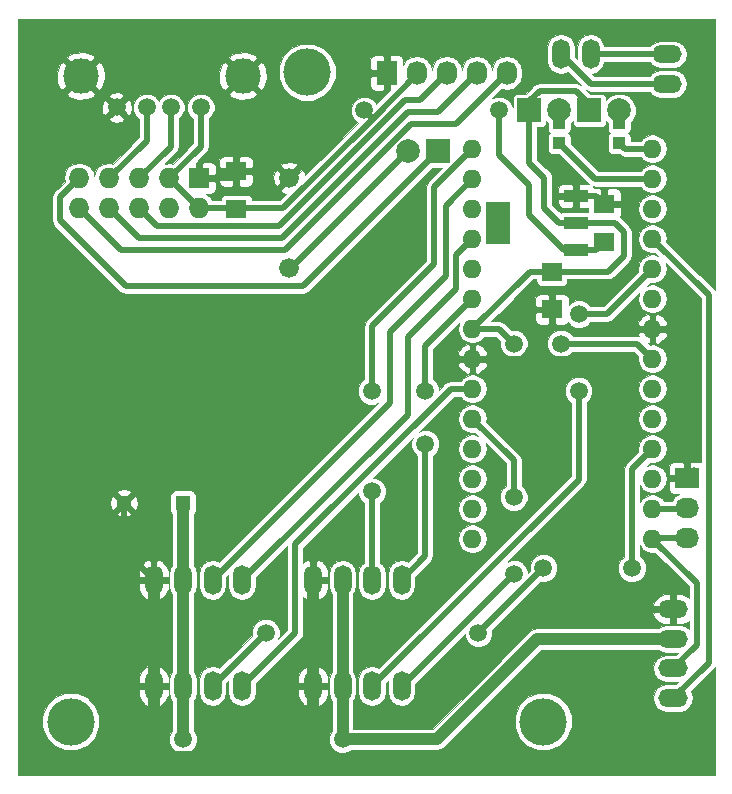
<source format=gbr>
G04 #@! TF.FileFunction,Copper,L2,Bot,Signal*
%FSLAX45Y45*%
G04 Gerber Fmt 4.5, Leading zero omitted, Abs format (unit mm)*
G04 Created by KiCad (PCBNEW 4.0.2-stable) date 2016/07/15 13:18:45*
%MOMM*%
G01*
G04 APERTURE LIST*
%ADD10C,0.100000*%
%ADD11O,1.600000X1.600000*%
%ADD12C,1.676400*%
%ADD13O,2.500000X1.500000*%
%ADD14O,1.500000X2.500000*%
%ADD15R,1.727200X1.727200*%
%ADD16O,1.727200X1.727200*%
%ADD17R,1.800000X1.600000*%
%ADD18R,2.000000X2.000000*%
%ADD19C,2.000000*%
%ADD20C,1.501140*%
%ADD21C,2.999740*%
%ADD22R,2.032000X3.657600*%
%ADD23R,2.032000X1.016000*%
%ADD24R,1.727200X2.032000*%
%ADD25O,1.727200X2.032000*%
%ADD26R,2.032000X1.727200*%
%ADD27O,2.032000X1.727200*%
%ADD28R,1.080000X1.050000*%
%ADD29R,1.300000X1.300000*%
%ADD30C,1.300000*%
%ADD31C,4.000000*%
%ADD32C,1.500000*%
%ADD33C,0.500000*%
%ADD34C,1.000000*%
%ADD35C,0.025400*%
G04 APERTURE END LIST*
D10*
D11*
X3900000Y-1150000D03*
X3900000Y-1404000D03*
X3900000Y-1658000D03*
X3900000Y-1912000D03*
X3900000Y-2166000D03*
X3900000Y-2420000D03*
X3900000Y-2674000D03*
X3900000Y-2928000D03*
X3900000Y-3182000D03*
X3900000Y-3436000D03*
X3900000Y-3690000D03*
X3900000Y-3944000D03*
X3900000Y-4198000D03*
X3900000Y-4452000D03*
X5424000Y-4452000D03*
X5424000Y-4198000D03*
X5424000Y-3944000D03*
X5424000Y-3690000D03*
X5424000Y-3436000D03*
X5424000Y-3182000D03*
X5424000Y-2928000D03*
X5424000Y-2674000D03*
X5424000Y-2420000D03*
X5424000Y-2166000D03*
X5424000Y-1912000D03*
X5424000Y-1658000D03*
X5424000Y-1404000D03*
X5424000Y-1150000D03*
D12*
X2349500Y-1397000D03*
X2349500Y-2159000D03*
D13*
X5600000Y-5800000D03*
X5600000Y-5550000D03*
X5600000Y-5300000D03*
X5600000Y-5050000D03*
D14*
X1950000Y-4800000D03*
X1700000Y-4800000D03*
X1450000Y-4800000D03*
X1200000Y-4800000D03*
D15*
X1587500Y-1397000D03*
D16*
X1587500Y-1651000D03*
X1333500Y-1397000D03*
X1333500Y-1651000D03*
X1079500Y-1397000D03*
X1079500Y-1651000D03*
X825500Y-1397000D03*
X825500Y-1651000D03*
X571500Y-1397000D03*
X571500Y-1651000D03*
D17*
X5016500Y-1938000D03*
X5016500Y-1618000D03*
X4572000Y-2189500D03*
X4572000Y-2509500D03*
D18*
X3606800Y-1168400D03*
D19*
X3352800Y-1168400D03*
D20*
X888714Y-800212D03*
X1142714Y-800212D03*
X1345914Y-800212D03*
X1599914Y-800212D03*
D21*
X583914Y-533512D03*
X1955514Y-533512D03*
D14*
X3300000Y-5700000D03*
X3050000Y-5700000D03*
X2800000Y-5700000D03*
X2550000Y-5700000D03*
X3300000Y-4800000D03*
X3050000Y-4800000D03*
X2800000Y-4800000D03*
X2550000Y-4800000D03*
X1950000Y-5700000D03*
X1700000Y-5700000D03*
X1450000Y-5700000D03*
X1200000Y-5700000D03*
D22*
X4114800Y-1778000D03*
D23*
X4775200Y-1778000D03*
X4775200Y-2006600D03*
X4775200Y-1549400D03*
D24*
X3175000Y-508000D03*
D25*
X3429000Y-508000D03*
X3683000Y-508000D03*
X3937000Y-508000D03*
X4191000Y-508000D03*
D13*
X5550000Y-600000D03*
X5550000Y-350000D03*
D14*
X4900000Y-350000D03*
X4650000Y-350000D03*
D26*
X5715000Y-3937000D03*
D27*
X5715000Y-4191000D03*
X5715000Y-4445000D03*
D18*
X4889500Y-825500D03*
D19*
X5143500Y-825500D03*
D18*
X4381500Y-825500D03*
D19*
X4635500Y-825500D03*
D28*
X5143500Y-928500D03*
X5143500Y-1103500D03*
X4635500Y-928500D03*
X4635500Y-1103500D03*
D29*
X1450000Y-4150000D03*
D30*
X950000Y-4150000D03*
D17*
X1900000Y-1340000D03*
X1900000Y-1660000D03*
D31*
X4500000Y-6000000D03*
X500000Y-6000000D03*
X2500000Y-500000D03*
D32*
X4127500Y-825500D03*
X2984500Y-825500D03*
X4250000Y-2800000D03*
X4650000Y-2800000D03*
X4250000Y-4750000D03*
X4250000Y-4100000D03*
X4800000Y-3200000D03*
X4800000Y-2550000D03*
X3500000Y-3650000D03*
X3500000Y-3200000D03*
X3050000Y-4050000D03*
X3050000Y-3200000D03*
X5250000Y-4700000D03*
X2150000Y-5250000D03*
X3950000Y-5250000D03*
X4500000Y-4700000D03*
X2800000Y-6150000D03*
X1450000Y-6150000D03*
D33*
X3906000Y-3944000D02*
X3900000Y-3944000D01*
D34*
X2550000Y-4800000D02*
X2550000Y-6150000D01*
X2550000Y-6150000D02*
X2400000Y-6300000D01*
X2400000Y-6300000D02*
X1350000Y-6300000D01*
X1350000Y-6300000D02*
X1200000Y-6150000D01*
X1200000Y-6150000D02*
X1200000Y-4800000D01*
D33*
X4445000Y-2928000D02*
X4858400Y-2928000D01*
X4858400Y-2928000D02*
X5054600Y-3124200D01*
X5054600Y-3124200D02*
X5054600Y-4851400D01*
X5054600Y-4851400D02*
X5253200Y-5050000D01*
X5253200Y-5050000D02*
X5600000Y-5050000D01*
X4572000Y-2509500D02*
X4572000Y-2667000D01*
X3900000Y-2928000D02*
X4445000Y-2928000D01*
X4572000Y-2667000D02*
X4445000Y-2794000D01*
X4445000Y-2794000D02*
X4445000Y-2921000D01*
X4445000Y-2921000D02*
X4445000Y-2928000D01*
X4572000Y-2509500D02*
X4572000Y-2362200D01*
X4572000Y-2362200D02*
X5054600Y-2362200D01*
X5016500Y-1618000D02*
X5174000Y-1618000D01*
X5283200Y-2133600D02*
X5054600Y-2362200D01*
X5283200Y-1727200D02*
X5283200Y-2133600D01*
X5174000Y-1618000D02*
X5283200Y-1727200D01*
X4775200Y-1549400D02*
X4947900Y-1549400D01*
X4947900Y-1549400D02*
X5016500Y-1618000D01*
X5016500Y-1618000D02*
X5068000Y-1618000D01*
X1905000Y-1364000D02*
X1905000Y-1143000D01*
X1905000Y-1143000D02*
X2222500Y-825500D01*
X2349500Y-1397000D02*
X2222500Y-1270000D01*
X2222500Y-800498D02*
X1955514Y-533512D01*
X2222500Y-1270000D02*
X2222500Y-825500D01*
X2222500Y-825500D02*
X2222500Y-800498D01*
X2349500Y-1397000D02*
X2794000Y-952500D01*
X2857500Y-508000D02*
X3175000Y-508000D01*
X2794000Y-571500D02*
X2857500Y-508000D01*
X2794000Y-952500D02*
X2794000Y-571500D01*
X5424000Y-2674000D02*
X5620400Y-2674000D01*
X5715000Y-2768600D02*
X5715000Y-2997200D01*
X5620400Y-2674000D02*
X5715000Y-2768600D01*
X5715000Y-3937000D02*
X5715000Y-2997200D01*
X1879600Y-1364000D02*
X1938000Y-1364000D01*
X950000Y-4150000D02*
X950000Y-4550000D01*
X950000Y-4550000D02*
X1200000Y-4800000D01*
X1200000Y-4800000D02*
X1000000Y-4800000D01*
X200000Y-917426D02*
X583914Y-533512D01*
X200000Y-4000000D02*
X200000Y-917426D01*
X1000000Y-4800000D02*
X200000Y-4000000D01*
X5715000Y-3937000D02*
X5778500Y-3873500D01*
X1200000Y-5700000D02*
X1200000Y-6150000D01*
X2550000Y-6150000D02*
X2550000Y-5700000D01*
X2400000Y-6300000D02*
X2550000Y-6150000D01*
X1350000Y-6300000D02*
X2400000Y-6300000D01*
X1200000Y-6150000D02*
X1350000Y-6300000D01*
X2550000Y-5700000D02*
X2550000Y-4800000D01*
X1200000Y-5700000D02*
X1200000Y-4800000D01*
X2286000Y-1397000D02*
X2303000Y-1397000D01*
X888714Y-800212D02*
X1371426Y-317500D01*
X1371426Y-317500D02*
X1397000Y-317500D01*
X583914Y-533512D02*
X799926Y-317500D01*
X1397000Y-317500D02*
X1739502Y-317500D01*
X1739502Y-317500D02*
X1955514Y-533512D01*
X799926Y-317500D02*
X1397000Y-317500D01*
X1905000Y-1397000D02*
X1903000Y-1397000D01*
X1587500Y-1397000D02*
X1905000Y-1397000D01*
X1587500Y-1397000D02*
X1590500Y-1400000D01*
X4775200Y-2006600D02*
X4673600Y-2006600D01*
X4127500Y-1206500D02*
X4127500Y-825500D01*
X4381500Y-1460500D02*
X4127500Y-1206500D01*
X4381500Y-1714500D02*
X4381500Y-1460500D01*
X4673600Y-2006600D02*
X4381500Y-1714500D01*
X4775200Y-2006600D02*
X4947900Y-2006600D01*
X4947900Y-2006600D02*
X5016500Y-1938000D01*
X3048000Y-889000D02*
X3048000Y-902000D01*
X2984500Y-825500D02*
X3048000Y-889000D01*
X1778000Y-1651000D02*
X1846600Y-1651000D01*
X1846600Y-1651000D02*
X1879600Y-1684000D01*
X1587500Y-1651000D02*
X1778000Y-1651000D01*
X1778000Y-1651000D02*
X2300000Y-1651000D01*
X2300000Y-1650000D02*
X2300000Y-1651000D01*
X3048000Y-902000D02*
X2300000Y-1650000D01*
X3450000Y-500000D02*
X3048000Y-902000D01*
X1333500Y-1397000D02*
X1599914Y-1130586D01*
X1599914Y-1130586D02*
X1599914Y-800212D01*
X1333500Y-1397000D02*
X1587500Y-1651000D01*
X4775200Y-1778000D02*
X4635500Y-1778000D01*
X4635500Y-1778000D02*
X4508500Y-1651000D01*
X4381500Y-825500D02*
X4381500Y-1270000D01*
X4508500Y-1651000D02*
X4508500Y-1397000D01*
X4381500Y-1270000D02*
X4508500Y-1397000D01*
X4650000Y-2800000D02*
X5296000Y-2800000D01*
X4124000Y-2674000D02*
X4250000Y-2800000D01*
X3900000Y-2674000D02*
X4124000Y-2674000D01*
X5296000Y-2800000D02*
X5424000Y-2928000D01*
X4775200Y-1778000D02*
X5105400Y-1778000D01*
X5049500Y-2189500D02*
X4572000Y-2189500D01*
X5181600Y-2057400D02*
X5049500Y-2189500D01*
X5181600Y-1854200D02*
X5181600Y-2057400D01*
X5105400Y-1778000D02*
X5181600Y-1854200D01*
X3900000Y-2674000D02*
X4384500Y-2189500D01*
X4384500Y-2189500D02*
X4572000Y-2189500D01*
X5424000Y-2928000D02*
X5422000Y-2928000D01*
X4381500Y-825500D02*
X4381500Y-749300D01*
X4381500Y-749300D02*
X4470400Y-660400D01*
X4381500Y-825500D02*
X4375500Y-825500D01*
X4470400Y-660400D02*
X4775200Y-660400D01*
X4889500Y-774700D02*
X4889500Y-825500D01*
X4775200Y-660400D02*
X4889500Y-774700D01*
X4889500Y-825500D02*
X4889500Y-789500D01*
X3606800Y-1168400D02*
X2463800Y-2311400D01*
X406400Y-1562100D02*
X571500Y-1397000D01*
X406400Y-1752600D02*
X406400Y-1562100D01*
X965200Y-2311400D02*
X406400Y-1752600D01*
X2463800Y-2311400D02*
X965200Y-2311400D01*
X2349500Y-2159000D02*
X2362200Y-2159000D01*
X2362200Y-2159000D02*
X3352800Y-1168400D01*
X5715000Y-4445000D02*
X5431000Y-4445000D01*
X5431000Y-4445000D02*
X5424000Y-4452000D01*
X5600000Y-5550000D02*
X5800000Y-5350000D01*
X5800000Y-4828000D02*
X5424000Y-4452000D01*
X5800000Y-5350000D02*
X5800000Y-4828000D01*
X3900000Y-3436000D02*
X4250000Y-3786000D01*
X4250000Y-3786000D02*
X4250000Y-4100000D01*
X3300000Y-5700000D02*
X4250000Y-4750000D01*
X3350000Y-5700000D02*
X3300000Y-5700000D01*
X5424000Y-2166000D02*
X5040000Y-2550000D01*
X4800000Y-3200000D02*
X4800000Y-3950000D01*
X5040000Y-2550000D02*
X4800000Y-2550000D01*
X3050000Y-5700000D02*
X4800000Y-3950000D01*
X3900000Y-2420000D02*
X3500000Y-2820000D01*
X3500000Y-4600000D02*
X3300000Y-4800000D01*
X3500000Y-3650000D02*
X3500000Y-4600000D01*
X3500000Y-2820000D02*
X3500000Y-3200000D01*
X3050000Y-4050000D02*
X3050000Y-4800000D01*
X3573800Y-1476200D02*
X3573800Y-2126200D01*
X3050000Y-2650000D02*
X3050000Y-3200000D01*
X3900000Y-1150000D02*
X3573800Y-1476200D01*
X3573800Y-2126200D02*
X3050000Y-2650000D01*
X3350000Y-2743200D02*
X3759200Y-2334000D01*
X3759200Y-2052800D02*
X3900000Y-1912000D01*
X3759200Y-2334000D02*
X3759200Y-2052800D01*
X1950000Y-4800000D02*
X3350000Y-3400000D01*
X3350000Y-3400000D02*
X3350000Y-3050000D01*
X3350000Y-3050000D02*
X3350000Y-2743200D01*
X3900000Y-1404000D02*
X3673800Y-1630200D01*
X3673800Y-2226200D02*
X3200000Y-2700000D01*
X3673800Y-1630200D02*
X3673800Y-2226200D01*
X1700000Y-4800000D02*
X3200000Y-3300000D01*
X3200000Y-3050000D02*
X3200000Y-2700000D01*
X3200000Y-3300000D02*
X3200000Y-3050000D01*
X5424000Y-3690000D02*
X5250000Y-3864000D01*
X5250000Y-3864000D02*
X5250000Y-4700000D01*
X2150000Y-5250000D02*
X1700000Y-5700000D01*
X4500000Y-4700000D02*
X3950000Y-5250000D01*
X1950000Y-5700000D02*
X2400000Y-5250000D01*
X3718000Y-3182000D02*
X3900000Y-3182000D01*
X2400000Y-4500000D02*
X3718000Y-3182000D01*
X2400000Y-5250000D02*
X2400000Y-4500000D01*
X825500Y-1397000D02*
X1142714Y-1079786D01*
X1142714Y-1079786D02*
X1142714Y-800212D01*
X5424000Y-1912000D02*
X5900000Y-2388000D01*
X5900000Y-5500000D02*
X5600000Y-5800000D01*
X5900000Y-2388000D02*
X5900000Y-5500000D01*
X1345914Y-800212D02*
X1345914Y-1130586D01*
X1345914Y-1130586D02*
X1079500Y-1397000D01*
X2311400Y-1879600D02*
X2286000Y-1905000D01*
X1079500Y-1905000D02*
X825500Y-1651000D01*
X2286000Y-1905000D02*
X1079500Y-1905000D01*
X3937000Y-508000D02*
X3606800Y-838200D01*
X3606800Y-838200D02*
X3352800Y-838200D01*
X2311400Y-1879600D02*
X3352800Y-838200D01*
X3683000Y-508000D02*
X3454400Y-736600D01*
X3454400Y-736600D02*
X3327400Y-736600D01*
X1231900Y-1803400D02*
X1079500Y-1651000D01*
X2260600Y-1803400D02*
X1231900Y-1803400D01*
X3327400Y-736600D02*
X2260600Y-1803400D01*
X5424000Y-4198000D02*
X5708000Y-4198000D01*
X5708000Y-4198000D02*
X5715000Y-4191000D01*
X571500Y-1651000D02*
X927100Y-2006600D01*
X2311400Y-2006600D02*
X2362200Y-1955800D01*
X927100Y-2006600D02*
X2311400Y-2006600D01*
X4191000Y-508000D02*
X3759200Y-939800D01*
X3759200Y-939800D02*
X3378200Y-939800D01*
X3378200Y-939800D02*
X2362200Y-1955800D01*
X4650000Y-350000D02*
X4900000Y-600000D01*
X4900000Y-600000D02*
X5550000Y-600000D01*
X4900000Y-350000D02*
X5550000Y-350000D01*
X4635500Y-1103500D02*
X4936000Y-1404000D01*
X4936000Y-1404000D02*
X5424000Y-1404000D01*
X5143500Y-1103500D02*
X5190000Y-1150000D01*
X5190000Y-1150000D02*
X5424000Y-1150000D01*
D34*
X1450000Y-6150000D02*
X1450000Y-4150000D01*
X2800000Y-6150000D02*
X2800000Y-4800000D01*
X5600000Y-5300000D02*
X4450000Y-5300000D01*
X3600000Y-6150000D02*
X2800000Y-6150000D01*
X4450000Y-5300000D02*
X3600000Y-6150000D01*
D33*
X1450000Y-4350000D02*
X1450000Y-4150000D01*
X1450000Y-4350000D02*
X1450000Y-4800000D01*
X1450000Y-5700000D02*
X1450000Y-6150000D01*
X5590000Y-5310000D02*
X5600000Y-5300000D01*
X2800000Y-6150000D02*
X2800000Y-5700000D01*
X2800000Y-4800000D02*
X2800000Y-5700000D01*
X1450000Y-4800000D02*
X1450000Y-5700000D01*
X5143500Y-825500D02*
X5143500Y-928500D01*
X5143500Y-869500D02*
X5143500Y-825500D01*
X5143500Y-825500D02*
X5143500Y-869500D01*
X4635500Y-825500D02*
X4635500Y-928500D01*
D35*
G36*
X5951230Y-2347680D02*
X5946860Y-2341140D01*
X5946860Y-2341140D01*
X5542681Y-1936961D01*
X5547646Y-1912000D01*
X5538415Y-1865592D01*
X5512127Y-1826249D01*
X5472784Y-1799961D01*
X5426376Y-1790730D01*
X5421624Y-1790730D01*
X5375216Y-1799961D01*
X5335873Y-1826249D01*
X5309585Y-1865592D01*
X5300354Y-1912000D01*
X5309585Y-1958408D01*
X5335873Y-1997751D01*
X5375216Y-2024039D01*
X5421624Y-2033270D01*
X5426376Y-2033270D01*
X5447373Y-2029093D01*
X5472106Y-2053826D01*
X5426376Y-2044730D01*
X5421624Y-2044730D01*
X5375216Y-2053961D01*
X5335873Y-2080249D01*
X5309585Y-2119592D01*
X5300354Y-2166000D01*
X5305319Y-2190961D01*
X5012550Y-2483730D01*
X4898133Y-2483730D01*
X4865948Y-2451489D01*
X4823229Y-2433750D01*
X4776974Y-2433710D01*
X4734224Y-2451374D01*
X4714070Y-2471493D01*
X4714070Y-2419143D01*
X4706143Y-2400005D01*
X4691495Y-2385357D01*
X4672357Y-2377430D01*
X4609148Y-2377430D01*
X4596130Y-2390448D01*
X4596130Y-2485370D01*
X4598130Y-2485370D01*
X4598130Y-2533630D01*
X4596130Y-2533630D01*
X4596130Y-2628553D01*
X4609148Y-2641570D01*
X4672357Y-2641570D01*
X4691495Y-2633643D01*
X4705365Y-2619774D01*
X4734052Y-2648512D01*
X4776771Y-2666250D01*
X4823026Y-2666290D01*
X4865776Y-2648626D01*
X4884580Y-2629855D01*
X5299527Y-2629855D01*
X5307419Y-2649870D01*
X5399870Y-2649870D01*
X5399870Y-2557169D01*
X5448130Y-2557169D01*
X5448130Y-2649870D01*
X5540582Y-2649870D01*
X5548474Y-2629855D01*
X5543233Y-2617198D01*
X5512420Y-2575893D01*
X5468146Y-2549524D01*
X5448130Y-2557169D01*
X5399870Y-2557169D01*
X5379854Y-2549524D01*
X5335580Y-2575893D01*
X5304767Y-2617198D01*
X5299527Y-2629855D01*
X4884580Y-2629855D01*
X4898189Y-2616270D01*
X5040000Y-2616270D01*
X5065361Y-2611226D01*
X5086860Y-2596860D01*
X5309451Y-2374270D01*
X5300354Y-2420000D01*
X5309585Y-2466408D01*
X5335873Y-2505751D01*
X5375216Y-2532039D01*
X5421624Y-2541270D01*
X5426376Y-2541270D01*
X5472784Y-2532039D01*
X5512127Y-2505751D01*
X5538415Y-2466408D01*
X5547646Y-2420000D01*
X5538415Y-2373592D01*
X5512127Y-2334249D01*
X5472784Y-2307961D01*
X5426376Y-2298730D01*
X5421624Y-2298730D01*
X5375894Y-2307826D01*
X5400627Y-2283093D01*
X5421624Y-2287270D01*
X5426376Y-2287270D01*
X5472784Y-2278039D01*
X5512127Y-2251751D01*
X5538415Y-2212408D01*
X5547646Y-2166000D01*
X5538549Y-2120269D01*
X5833730Y-2415450D01*
X5833730Y-3801375D01*
X5826957Y-3798570D01*
X5752147Y-3798570D01*
X5739130Y-3811587D01*
X5739130Y-3912870D01*
X5741130Y-3912870D01*
X5741130Y-3961130D01*
X5739130Y-3961130D01*
X5739130Y-3963130D01*
X5690870Y-3963130D01*
X5690870Y-3961130D01*
X5574348Y-3961130D01*
X5561330Y-3974147D01*
X5561330Y-4033717D01*
X5569257Y-4052855D01*
X5583905Y-4067503D01*
X5603043Y-4075430D01*
X5644610Y-4075430D01*
X5606713Y-4100752D01*
X5586014Y-4131730D01*
X5525143Y-4131730D01*
X5512127Y-4112249D01*
X5472784Y-4085961D01*
X5426376Y-4076730D01*
X5421624Y-4076730D01*
X5375216Y-4085961D01*
X5335873Y-4112249D01*
X5316270Y-4141588D01*
X5316270Y-4000412D01*
X5335873Y-4029751D01*
X5375216Y-4056039D01*
X5421624Y-4065270D01*
X5426376Y-4065270D01*
X5472784Y-4056039D01*
X5512127Y-4029751D01*
X5538415Y-3990408D01*
X5547646Y-3944000D01*
X5538415Y-3897592D01*
X5512127Y-3858249D01*
X5485238Y-3840283D01*
X5561330Y-3840283D01*
X5561330Y-3899852D01*
X5574348Y-3912870D01*
X5690870Y-3912870D01*
X5690870Y-3811587D01*
X5677852Y-3798570D01*
X5603043Y-3798570D01*
X5583905Y-3806497D01*
X5569257Y-3821145D01*
X5561330Y-3840283D01*
X5485238Y-3840283D01*
X5472784Y-3831961D01*
X5426376Y-3822730D01*
X5421624Y-3822730D01*
X5375894Y-3831826D01*
X5400627Y-3807093D01*
X5421624Y-3811270D01*
X5426376Y-3811270D01*
X5472784Y-3802039D01*
X5512127Y-3775751D01*
X5538415Y-3736408D01*
X5547646Y-3690000D01*
X5538415Y-3643592D01*
X5512127Y-3604249D01*
X5472784Y-3577961D01*
X5426376Y-3568730D01*
X5421624Y-3568730D01*
X5375216Y-3577961D01*
X5335873Y-3604249D01*
X5309585Y-3643592D01*
X5300354Y-3690000D01*
X5305319Y-3714961D01*
X5203140Y-3817140D01*
X5188775Y-3838639D01*
X5188775Y-3838640D01*
X5183730Y-3864000D01*
X5183730Y-4601867D01*
X5151489Y-4634052D01*
X5133750Y-4676771D01*
X5133710Y-4723026D01*
X5151374Y-4765776D01*
X5184052Y-4798512D01*
X5226771Y-4816250D01*
X5273026Y-4816290D01*
X5315776Y-4798626D01*
X5348512Y-4765948D01*
X5366250Y-4723229D01*
X5366290Y-4676974D01*
X5348626Y-4634224D01*
X5316270Y-4601811D01*
X5316270Y-4508412D01*
X5335873Y-4537751D01*
X5375216Y-4564039D01*
X5421624Y-4573270D01*
X5426376Y-4573270D01*
X5447373Y-4569093D01*
X5733730Y-4855450D01*
X5733730Y-4954425D01*
X5720921Y-4941837D01*
X5674130Y-4922930D01*
X5624130Y-4922930D01*
X5624130Y-5025870D01*
X5626130Y-5025870D01*
X5626130Y-5074130D01*
X5624130Y-5074130D01*
X5624130Y-5177070D01*
X5674130Y-5177070D01*
X5720921Y-5158163D01*
X5733730Y-5145575D01*
X5733730Y-5216620D01*
X5697752Y-5192581D01*
X5653257Y-5183730D01*
X5546743Y-5183730D01*
X5502248Y-5192581D01*
X5478079Y-5208730D01*
X4450000Y-5208730D01*
X4420867Y-5214525D01*
X4415072Y-5215678D01*
X4385462Y-5235462D01*
X3562195Y-6058730D01*
X2891270Y-6058730D01*
X2891270Y-5821921D01*
X2907419Y-5797752D01*
X2916270Y-5753257D01*
X2916270Y-5646743D01*
X2933730Y-5646743D01*
X2933730Y-5753257D01*
X2942580Y-5797752D01*
X2967785Y-5835473D01*
X3005505Y-5860677D01*
X3050000Y-5869527D01*
X3094495Y-5860677D01*
X3132215Y-5835473D01*
X3157419Y-5797752D01*
X3166270Y-5753257D01*
X3166270Y-5677450D01*
X3183730Y-5659990D01*
X3183730Y-5753257D01*
X3192580Y-5797752D01*
X3217785Y-5835473D01*
X3255505Y-5860677D01*
X3300000Y-5869527D01*
X3344495Y-5860677D01*
X3382215Y-5835473D01*
X3407419Y-5797752D01*
X3416270Y-5753257D01*
X3416270Y-5677450D01*
X3833721Y-5259999D01*
X3833710Y-5273026D01*
X3851374Y-5315776D01*
X3884052Y-5348512D01*
X3926771Y-5366250D01*
X3973026Y-5366290D01*
X4015776Y-5348626D01*
X4048511Y-5315948D01*
X4066250Y-5273229D01*
X4066290Y-5227430D01*
X4200371Y-5093349D01*
X5430553Y-5093349D01*
X5443086Y-5122790D01*
X5479079Y-5158163D01*
X5525870Y-5177070D01*
X5575870Y-5177070D01*
X5575870Y-5074130D01*
X5438529Y-5074130D01*
X5430553Y-5093349D01*
X4200371Y-5093349D01*
X4287069Y-5006651D01*
X5430553Y-5006651D01*
X5438529Y-5025870D01*
X5575870Y-5025870D01*
X5575870Y-4922930D01*
X5525870Y-4922930D01*
X5479079Y-4941837D01*
X5443086Y-4977210D01*
X5430553Y-5006651D01*
X4287069Y-5006651D01*
X4477470Y-4816250D01*
X4523026Y-4816290D01*
X4565776Y-4798626D01*
X4598512Y-4765948D01*
X4616250Y-4723229D01*
X4616290Y-4676974D01*
X4598626Y-4634224D01*
X4565948Y-4601489D01*
X4523229Y-4583750D01*
X4476974Y-4583710D01*
X4434224Y-4601374D01*
X4401489Y-4634052D01*
X4383750Y-4676771D01*
X4383710Y-4722570D01*
X4366279Y-4740001D01*
X4366290Y-4726974D01*
X4348626Y-4684224D01*
X4315948Y-4651489D01*
X4273229Y-4633750D01*
X4226974Y-4633710D01*
X4198065Y-4645655D01*
X4846860Y-3996860D01*
X4846860Y-3996860D01*
X4855647Y-3983710D01*
X4861226Y-3975360D01*
X4866270Y-3950000D01*
X4866270Y-3436000D01*
X5300354Y-3436000D01*
X5309585Y-3482408D01*
X5335873Y-3521751D01*
X5375216Y-3548039D01*
X5421624Y-3557270D01*
X5426376Y-3557270D01*
X5472784Y-3548039D01*
X5512127Y-3521751D01*
X5538415Y-3482408D01*
X5547646Y-3436000D01*
X5538415Y-3389592D01*
X5512127Y-3350249D01*
X5472784Y-3323961D01*
X5426376Y-3314730D01*
X5421624Y-3314730D01*
X5375216Y-3323961D01*
X5335873Y-3350249D01*
X5309585Y-3389592D01*
X5300354Y-3436000D01*
X4866270Y-3436000D01*
X4866270Y-3298133D01*
X4898512Y-3265948D01*
X4916250Y-3223229D01*
X4916286Y-3182000D01*
X5300354Y-3182000D01*
X5309585Y-3228408D01*
X5335873Y-3267751D01*
X5375216Y-3294039D01*
X5421624Y-3303270D01*
X5426376Y-3303270D01*
X5472784Y-3294039D01*
X5512127Y-3267751D01*
X5538415Y-3228408D01*
X5547646Y-3182000D01*
X5538415Y-3135592D01*
X5512127Y-3096249D01*
X5472784Y-3069961D01*
X5426376Y-3060730D01*
X5421624Y-3060730D01*
X5375216Y-3069961D01*
X5335873Y-3096249D01*
X5309585Y-3135592D01*
X5300354Y-3182000D01*
X4916286Y-3182000D01*
X4916290Y-3176974D01*
X4898626Y-3134224D01*
X4865948Y-3101488D01*
X4823229Y-3083750D01*
X4776974Y-3083710D01*
X4734224Y-3101374D01*
X4701489Y-3134052D01*
X4683750Y-3176771D01*
X4683710Y-3223026D01*
X4701374Y-3265776D01*
X4733730Y-3298189D01*
X4733730Y-3922550D01*
X3107960Y-5548320D01*
X3094495Y-5539323D01*
X3050000Y-5530473D01*
X3005505Y-5539323D01*
X2967785Y-5564527D01*
X2942580Y-5602248D01*
X2933730Y-5646743D01*
X2916270Y-5646743D01*
X2907419Y-5602248D01*
X2891270Y-5578079D01*
X2891270Y-4921921D01*
X2907419Y-4897752D01*
X2916270Y-4853257D01*
X2916270Y-4746743D01*
X2907419Y-4702248D01*
X2882215Y-4664527D01*
X2844495Y-4639323D01*
X2800000Y-4630473D01*
X2755505Y-4639323D01*
X2717785Y-4664527D01*
X2692581Y-4702248D01*
X2683730Y-4746743D01*
X2683730Y-4853257D01*
X2692581Y-4897752D01*
X2708730Y-4921921D01*
X2708730Y-5578079D01*
X2692581Y-5602248D01*
X2683730Y-5646743D01*
X2683730Y-5753257D01*
X2692581Y-5797752D01*
X2708730Y-5821921D01*
X2708730Y-6076823D01*
X2701489Y-6084052D01*
X2683750Y-6126771D01*
X2683710Y-6173026D01*
X2701374Y-6215776D01*
X2734052Y-6248511D01*
X2776771Y-6266250D01*
X2823026Y-6266290D01*
X2865776Y-6248626D01*
X2873145Y-6241270D01*
X3600000Y-6241270D01*
X3634927Y-6234322D01*
X3664538Y-6214538D01*
X3831294Y-6047781D01*
X4258688Y-6047781D01*
X4295342Y-6136490D01*
X4363153Y-6204419D01*
X4451798Y-6241228D01*
X4547781Y-6241312D01*
X4636490Y-6204658D01*
X4704420Y-6136847D01*
X4741228Y-6048202D01*
X4741312Y-5952219D01*
X4704658Y-5863510D01*
X4636847Y-5795580D01*
X4548202Y-5758772D01*
X4452219Y-5758688D01*
X4363510Y-5795342D01*
X4295581Y-5863153D01*
X4258772Y-5951798D01*
X4258688Y-6047781D01*
X3831294Y-6047781D01*
X4487805Y-5391270D01*
X5478079Y-5391270D01*
X5502248Y-5407420D01*
X5546743Y-5416270D01*
X5640010Y-5416270D01*
X5622550Y-5433730D01*
X5546743Y-5433730D01*
X5502248Y-5442581D01*
X5464527Y-5467785D01*
X5439323Y-5505505D01*
X5430473Y-5550000D01*
X5439323Y-5594495D01*
X5464527Y-5632215D01*
X5502248Y-5657419D01*
X5546743Y-5666270D01*
X5640010Y-5666270D01*
X5622550Y-5683730D01*
X5546743Y-5683730D01*
X5502248Y-5692580D01*
X5464527Y-5717785D01*
X5439323Y-5755505D01*
X5430473Y-5800000D01*
X5439323Y-5844495D01*
X5464527Y-5882215D01*
X5502248Y-5907419D01*
X5546743Y-5916270D01*
X5653257Y-5916270D01*
X5697752Y-5907419D01*
X5735473Y-5882215D01*
X5760677Y-5844495D01*
X5769527Y-5800000D01*
X5760677Y-5755505D01*
X5751680Y-5742040D01*
X5946860Y-5546860D01*
X5946860Y-5546860D01*
X5951230Y-5540320D01*
X5951230Y-6451230D01*
X48770Y-6451230D01*
X48770Y-6047781D01*
X258688Y-6047781D01*
X295342Y-6136490D01*
X363153Y-6204419D01*
X451798Y-6241228D01*
X547781Y-6241312D01*
X636490Y-6204658D01*
X668177Y-6173026D01*
X1333710Y-6173026D01*
X1351374Y-6215776D01*
X1384052Y-6248511D01*
X1426771Y-6266250D01*
X1473026Y-6266290D01*
X1515776Y-6248626D01*
X1548511Y-6215948D01*
X1566250Y-6173229D01*
X1566290Y-6126974D01*
X1548626Y-6084224D01*
X1541270Y-6076855D01*
X1541270Y-5821921D01*
X1557419Y-5797752D01*
X1566270Y-5753257D01*
X1566270Y-5646743D01*
X1557419Y-5602248D01*
X1541270Y-5578079D01*
X1541270Y-4921921D01*
X1557419Y-4897752D01*
X1566270Y-4853257D01*
X1566270Y-4746743D01*
X1557419Y-4702248D01*
X1541270Y-4678079D01*
X1541270Y-4247138D01*
X1544340Y-4245162D01*
X1553763Y-4231371D01*
X1557078Y-4215000D01*
X1557078Y-4085000D01*
X1554201Y-4069706D01*
X1545162Y-4055660D01*
X1531371Y-4046237D01*
X1515000Y-4042921D01*
X1385000Y-4042921D01*
X1369706Y-4045799D01*
X1355660Y-4054838D01*
X1346237Y-4068629D01*
X1342922Y-4085000D01*
X1342922Y-4215000D01*
X1345799Y-4230294D01*
X1354838Y-4244340D01*
X1358730Y-4247000D01*
X1358730Y-4678079D01*
X1342581Y-4702248D01*
X1333730Y-4746743D01*
X1333730Y-4853257D01*
X1342581Y-4897752D01*
X1358730Y-4921921D01*
X1358730Y-5578079D01*
X1342581Y-5602248D01*
X1333730Y-5646743D01*
X1333730Y-5753257D01*
X1342581Y-5797752D01*
X1358730Y-5821921D01*
X1358730Y-6076823D01*
X1351489Y-6084052D01*
X1333750Y-6126771D01*
X1333710Y-6173026D01*
X668177Y-6173026D01*
X704419Y-6136847D01*
X741228Y-6048202D01*
X741312Y-5952219D01*
X704658Y-5863510D01*
X636847Y-5795580D01*
X548202Y-5758772D01*
X452219Y-5758688D01*
X363510Y-5795342D01*
X295581Y-5863153D01*
X258772Y-5951798D01*
X258688Y-6047781D01*
X48770Y-6047781D01*
X48770Y-5724130D01*
X1072930Y-5724130D01*
X1072930Y-5774130D01*
X1091837Y-5820921D01*
X1127210Y-5856914D01*
X1156651Y-5869447D01*
X1175870Y-5861471D01*
X1175870Y-5724130D01*
X1224130Y-5724130D01*
X1224130Y-5861471D01*
X1243349Y-5869447D01*
X1272790Y-5856914D01*
X1308163Y-5820921D01*
X1327070Y-5774130D01*
X1327070Y-5724130D01*
X1224130Y-5724130D01*
X1175870Y-5724130D01*
X1072930Y-5724130D01*
X48770Y-5724130D01*
X48770Y-5625870D01*
X1072930Y-5625870D01*
X1072930Y-5675870D01*
X1175870Y-5675870D01*
X1175870Y-5538529D01*
X1224130Y-5538529D01*
X1224130Y-5675870D01*
X1327070Y-5675870D01*
X1327070Y-5625870D01*
X1308163Y-5579079D01*
X1272790Y-5543086D01*
X1243349Y-5530553D01*
X1224130Y-5538529D01*
X1175870Y-5538529D01*
X1156651Y-5530553D01*
X1127210Y-5543086D01*
X1091837Y-5579079D01*
X1072930Y-5625870D01*
X48770Y-5625870D01*
X48770Y-4824130D01*
X1072930Y-4824130D01*
X1072930Y-4874130D01*
X1091837Y-4920921D01*
X1127210Y-4956915D01*
X1156651Y-4969447D01*
X1175870Y-4961471D01*
X1175870Y-4824130D01*
X1224130Y-4824130D01*
X1224130Y-4961471D01*
X1243349Y-4969447D01*
X1272790Y-4956915D01*
X1308163Y-4920921D01*
X1327070Y-4874130D01*
X1327070Y-4824130D01*
X1224130Y-4824130D01*
X1175870Y-4824130D01*
X1072930Y-4824130D01*
X48770Y-4824130D01*
X48770Y-4725870D01*
X1072930Y-4725870D01*
X1072930Y-4775870D01*
X1175870Y-4775870D01*
X1175870Y-4638529D01*
X1224130Y-4638529D01*
X1224130Y-4775870D01*
X1327070Y-4775870D01*
X1327070Y-4725870D01*
X1308163Y-4679079D01*
X1272790Y-4643086D01*
X1243349Y-4630553D01*
X1224130Y-4638529D01*
X1175870Y-4638529D01*
X1156651Y-4630553D01*
X1127210Y-4643086D01*
X1091837Y-4679079D01*
X1072930Y-4725870D01*
X48770Y-4725870D01*
X48770Y-4240299D01*
X893826Y-4240299D01*
X900810Y-4258757D01*
X946174Y-4269302D01*
X992120Y-4261685D01*
X999190Y-4258757D01*
X1006174Y-4240299D01*
X950000Y-4184125D01*
X893826Y-4240299D01*
X48770Y-4240299D01*
X48770Y-4146174D01*
X830698Y-4146174D01*
X838315Y-4192120D01*
X841243Y-4199190D01*
X859701Y-4206174D01*
X915875Y-4150000D01*
X984125Y-4150000D01*
X1040299Y-4206174D01*
X1058757Y-4199190D01*
X1069302Y-4153826D01*
X1061685Y-4107880D01*
X1058757Y-4100810D01*
X1040299Y-4093826D01*
X984125Y-4150000D01*
X915875Y-4150000D01*
X859701Y-4093826D01*
X841243Y-4100810D01*
X830698Y-4146174D01*
X48770Y-4146174D01*
X48770Y-4059701D01*
X893826Y-4059701D01*
X950000Y-4115875D01*
X1006174Y-4059701D01*
X999190Y-4041243D01*
X953826Y-4030698D01*
X907880Y-4038315D01*
X900810Y-4041243D01*
X893826Y-4059701D01*
X48770Y-4059701D01*
X48770Y-1562100D01*
X340130Y-1562100D01*
X340130Y-1752600D01*
X345175Y-1777960D01*
X359540Y-1799460D01*
X918340Y-2358260D01*
X918340Y-2358260D01*
X939840Y-2372626D01*
X965200Y-2377670D01*
X2463800Y-2377670D01*
X2489161Y-2372626D01*
X2510660Y-2358260D01*
X3558441Y-1310479D01*
X3645801Y-1310479D01*
X3526940Y-1429340D01*
X3512574Y-1450839D01*
X3508709Y-1470270D01*
X3507530Y-1476200D01*
X3507530Y-2098750D01*
X3003140Y-2603140D01*
X2988774Y-2624640D01*
X2986966Y-2633730D01*
X2983730Y-2650000D01*
X2983730Y-3101867D01*
X2951488Y-3134052D01*
X2933750Y-3176771D01*
X2933710Y-3223026D01*
X2951374Y-3265776D01*
X2984052Y-3298511D01*
X3026771Y-3316250D01*
X3073026Y-3316290D01*
X3101935Y-3304345D01*
X1757960Y-4648320D01*
X1744495Y-4639323D01*
X1700000Y-4630473D01*
X1655505Y-4639323D01*
X1617785Y-4664527D01*
X1592580Y-4702248D01*
X1583730Y-4746743D01*
X1583730Y-4853257D01*
X1592580Y-4897752D01*
X1617785Y-4935473D01*
X1655505Y-4960677D01*
X1700000Y-4969527D01*
X1744495Y-4960677D01*
X1782215Y-4935473D01*
X1807419Y-4897752D01*
X1816270Y-4853257D01*
X1816270Y-4777450D01*
X1833730Y-4759990D01*
X1833730Y-4853257D01*
X1842580Y-4897752D01*
X1867785Y-4935473D01*
X1905505Y-4960677D01*
X1950000Y-4969527D01*
X1994495Y-4960677D01*
X2032215Y-4935473D01*
X2057419Y-4897752D01*
X2066270Y-4853257D01*
X2066270Y-4777450D01*
X2333730Y-4509990D01*
X2333730Y-5222550D01*
X2254320Y-5301961D01*
X2266250Y-5273229D01*
X2266290Y-5226974D01*
X2248626Y-5184224D01*
X2215948Y-5151489D01*
X2173229Y-5133750D01*
X2126974Y-5133710D01*
X2084224Y-5151374D01*
X2051488Y-5184052D01*
X2033750Y-5226771D01*
X2033710Y-5272570D01*
X1757960Y-5548320D01*
X1744495Y-5539323D01*
X1700000Y-5530473D01*
X1655505Y-5539323D01*
X1617785Y-5564527D01*
X1592580Y-5602248D01*
X1583730Y-5646743D01*
X1583730Y-5753257D01*
X1592580Y-5797752D01*
X1617785Y-5835473D01*
X1655505Y-5860677D01*
X1700000Y-5869527D01*
X1744495Y-5860677D01*
X1782215Y-5835473D01*
X1807419Y-5797752D01*
X1816270Y-5753257D01*
X1816270Y-5677450D01*
X1833730Y-5659990D01*
X1833730Y-5753257D01*
X1842580Y-5797752D01*
X1867785Y-5835473D01*
X1905505Y-5860677D01*
X1950000Y-5869527D01*
X1994495Y-5860677D01*
X2032215Y-5835473D01*
X2057419Y-5797752D01*
X2066270Y-5753257D01*
X2066270Y-5724130D01*
X2422930Y-5724130D01*
X2422930Y-5774130D01*
X2441837Y-5820921D01*
X2477210Y-5856914D01*
X2506651Y-5869447D01*
X2525870Y-5861471D01*
X2525870Y-5724130D01*
X2574130Y-5724130D01*
X2574130Y-5861471D01*
X2593349Y-5869447D01*
X2622790Y-5856914D01*
X2658163Y-5820921D01*
X2677070Y-5774130D01*
X2677070Y-5724130D01*
X2574130Y-5724130D01*
X2525870Y-5724130D01*
X2422930Y-5724130D01*
X2066270Y-5724130D01*
X2066270Y-5677450D01*
X2117850Y-5625870D01*
X2422930Y-5625870D01*
X2422930Y-5675870D01*
X2525870Y-5675870D01*
X2525870Y-5538529D01*
X2574130Y-5538529D01*
X2574130Y-5675870D01*
X2677070Y-5675870D01*
X2677070Y-5625870D01*
X2658163Y-5579079D01*
X2622790Y-5543086D01*
X2593349Y-5530553D01*
X2574130Y-5538529D01*
X2525870Y-5538529D01*
X2506651Y-5530553D01*
X2477210Y-5543086D01*
X2441837Y-5579079D01*
X2422930Y-5625870D01*
X2117850Y-5625870D01*
X2446860Y-5296860D01*
X2461226Y-5275361D01*
X2466270Y-5250000D01*
X2466270Y-4945782D01*
X2477210Y-4956915D01*
X2506651Y-4969447D01*
X2525870Y-4961471D01*
X2525870Y-4824130D01*
X2574130Y-4824130D01*
X2574130Y-4961471D01*
X2593349Y-4969447D01*
X2622790Y-4956915D01*
X2658163Y-4920921D01*
X2677070Y-4874130D01*
X2677070Y-4824130D01*
X2574130Y-4824130D01*
X2525870Y-4824130D01*
X2523870Y-4824130D01*
X2523870Y-4775870D01*
X2525870Y-4775870D01*
X2525870Y-4638529D01*
X2574130Y-4638529D01*
X2574130Y-4775870D01*
X2677070Y-4775870D01*
X2677070Y-4725870D01*
X2658163Y-4679079D01*
X2622790Y-4643086D01*
X2593349Y-4630553D01*
X2574130Y-4638529D01*
X2525870Y-4638529D01*
X2506651Y-4630553D01*
X2477210Y-4643086D01*
X2466270Y-4654218D01*
X2466270Y-4527450D01*
X2933721Y-4059999D01*
X2933710Y-4073026D01*
X2951374Y-4115776D01*
X2983730Y-4148189D01*
X2983730Y-4653873D01*
X2967785Y-4664527D01*
X2942580Y-4702248D01*
X2933730Y-4746743D01*
X2933730Y-4853257D01*
X2942580Y-4897752D01*
X2967785Y-4935473D01*
X3005505Y-4960677D01*
X3050000Y-4969527D01*
X3094495Y-4960677D01*
X3132215Y-4935473D01*
X3157419Y-4897752D01*
X3166270Y-4853257D01*
X3166270Y-4746743D01*
X3157419Y-4702248D01*
X3132215Y-4664527D01*
X3116270Y-4653873D01*
X3116270Y-4148133D01*
X3148511Y-4115948D01*
X3166250Y-4073229D01*
X3166290Y-4026974D01*
X3148626Y-3984224D01*
X3115948Y-3951488D01*
X3073229Y-3933750D01*
X3059981Y-3933739D01*
X3395681Y-3598039D01*
X3383750Y-3626771D01*
X3383710Y-3673026D01*
X3401374Y-3715776D01*
X3433730Y-3748189D01*
X3433730Y-4572550D01*
X3357960Y-4648320D01*
X3344495Y-4639323D01*
X3300000Y-4630473D01*
X3255505Y-4639323D01*
X3217785Y-4664527D01*
X3192580Y-4702248D01*
X3183730Y-4746743D01*
X3183730Y-4853257D01*
X3192580Y-4897752D01*
X3217785Y-4935473D01*
X3255505Y-4960677D01*
X3300000Y-4969527D01*
X3344495Y-4960677D01*
X3382215Y-4935473D01*
X3407419Y-4897752D01*
X3416270Y-4853257D01*
X3416270Y-4777450D01*
X3546860Y-4646860D01*
X3561225Y-4625361D01*
X3566270Y-4600000D01*
X3566270Y-4452000D01*
X3776354Y-4452000D01*
X3785585Y-4498408D01*
X3811873Y-4537751D01*
X3851216Y-4564039D01*
X3897624Y-4573270D01*
X3902376Y-4573270D01*
X3948784Y-4564039D01*
X3988127Y-4537751D01*
X4014415Y-4498408D01*
X4023646Y-4452000D01*
X4014415Y-4405592D01*
X3988127Y-4366249D01*
X3948784Y-4339961D01*
X3902376Y-4330730D01*
X3897624Y-4330730D01*
X3851216Y-4339961D01*
X3811873Y-4366249D01*
X3785585Y-4405592D01*
X3776354Y-4452000D01*
X3566270Y-4452000D01*
X3566270Y-4198000D01*
X3776354Y-4198000D01*
X3785585Y-4244408D01*
X3811873Y-4283751D01*
X3851216Y-4310039D01*
X3897624Y-4319270D01*
X3902376Y-4319270D01*
X3948784Y-4310039D01*
X3988127Y-4283751D01*
X4014415Y-4244408D01*
X4023646Y-4198000D01*
X4014415Y-4151592D01*
X3988127Y-4112249D01*
X3948784Y-4085961D01*
X3902376Y-4076730D01*
X3897624Y-4076730D01*
X3851216Y-4085961D01*
X3811873Y-4112249D01*
X3785585Y-4151592D01*
X3776354Y-4198000D01*
X3566270Y-4198000D01*
X3566270Y-3944000D01*
X3776354Y-3944000D01*
X3785585Y-3990408D01*
X3811873Y-4029751D01*
X3851216Y-4056039D01*
X3897624Y-4065270D01*
X3902376Y-4065270D01*
X3948784Y-4056039D01*
X3988127Y-4029751D01*
X4014415Y-3990408D01*
X4023646Y-3944000D01*
X4014415Y-3897592D01*
X3988127Y-3858249D01*
X3948784Y-3831961D01*
X3902376Y-3822730D01*
X3897624Y-3822730D01*
X3851216Y-3831961D01*
X3811873Y-3858249D01*
X3785585Y-3897592D01*
X3776354Y-3944000D01*
X3566270Y-3944000D01*
X3566270Y-3748133D01*
X3598511Y-3715948D01*
X3616250Y-3673229D01*
X3616290Y-3626974D01*
X3598626Y-3584224D01*
X3565948Y-3551488D01*
X3523229Y-3533750D01*
X3476974Y-3533710D01*
X3448065Y-3545655D01*
X3557720Y-3436000D01*
X3776354Y-3436000D01*
X3785585Y-3482408D01*
X3811873Y-3521751D01*
X3851216Y-3548039D01*
X3897624Y-3557270D01*
X3902376Y-3557270D01*
X3923373Y-3553093D01*
X3948106Y-3577826D01*
X3902376Y-3568730D01*
X3897624Y-3568730D01*
X3851216Y-3577961D01*
X3811873Y-3604249D01*
X3785585Y-3643592D01*
X3776354Y-3690000D01*
X3785585Y-3736408D01*
X3811873Y-3775751D01*
X3851216Y-3802039D01*
X3897624Y-3811270D01*
X3902376Y-3811270D01*
X3948784Y-3802039D01*
X3988127Y-3775751D01*
X4014415Y-3736408D01*
X4023646Y-3690000D01*
X4014549Y-3644269D01*
X4183730Y-3813450D01*
X4183730Y-4001867D01*
X4151488Y-4034052D01*
X4133750Y-4076771D01*
X4133710Y-4123026D01*
X4151374Y-4165776D01*
X4184052Y-4198512D01*
X4226771Y-4216250D01*
X4273026Y-4216290D01*
X4315776Y-4198626D01*
X4348512Y-4165948D01*
X4366250Y-4123229D01*
X4366290Y-4076974D01*
X4348626Y-4034224D01*
X4316270Y-4001811D01*
X4316270Y-3786000D01*
X4311226Y-3760640D01*
X4296860Y-3739140D01*
X4296860Y-3739140D01*
X4018681Y-3460961D01*
X4023646Y-3436000D01*
X4014415Y-3389592D01*
X3988127Y-3350249D01*
X3948784Y-3323961D01*
X3902376Y-3314730D01*
X3897624Y-3314730D01*
X3851216Y-3323961D01*
X3811873Y-3350249D01*
X3785585Y-3389592D01*
X3776354Y-3436000D01*
X3557720Y-3436000D01*
X3745450Y-3248270D01*
X3798857Y-3248270D01*
X3811873Y-3267751D01*
X3851216Y-3294039D01*
X3897624Y-3303270D01*
X3902376Y-3303270D01*
X3948784Y-3294039D01*
X3988127Y-3267751D01*
X4014415Y-3228408D01*
X4023646Y-3182000D01*
X4014415Y-3135592D01*
X3988127Y-3096249D01*
X3948784Y-3069961D01*
X3902376Y-3060730D01*
X3897624Y-3060730D01*
X3851216Y-3069961D01*
X3811873Y-3096249D01*
X3798857Y-3115730D01*
X3718000Y-3115730D01*
X3718000Y-3115730D01*
X3692640Y-3120774D01*
X3671140Y-3135140D01*
X3671140Y-3135140D01*
X3616279Y-3190001D01*
X3616290Y-3176974D01*
X3598626Y-3134224D01*
X3566270Y-3101811D01*
X3566270Y-2972145D01*
X3775526Y-2972145D01*
X3780767Y-2984802D01*
X3811580Y-3026107D01*
X3855854Y-3052476D01*
X3875870Y-3044831D01*
X3875870Y-2952130D01*
X3924130Y-2952130D01*
X3924130Y-3044831D01*
X3944146Y-3052476D01*
X3988420Y-3026107D01*
X4019233Y-2984802D01*
X4024473Y-2972145D01*
X4016581Y-2952130D01*
X3924130Y-2952130D01*
X3875870Y-2952130D01*
X3783418Y-2952130D01*
X3775526Y-2972145D01*
X3566270Y-2972145D01*
X3566270Y-2883855D01*
X3775526Y-2883855D01*
X3783418Y-2903870D01*
X3875870Y-2903870D01*
X3875870Y-2811168D01*
X3924130Y-2811168D01*
X3924130Y-2903870D01*
X4016581Y-2903870D01*
X4024473Y-2883855D01*
X4019233Y-2871198D01*
X3988420Y-2829893D01*
X3944146Y-2803524D01*
X3924130Y-2811168D01*
X3875870Y-2811168D01*
X3855854Y-2803524D01*
X3811580Y-2829893D01*
X3780767Y-2871198D01*
X3775526Y-2883855D01*
X3566270Y-2883855D01*
X3566270Y-2847450D01*
X3785451Y-2628269D01*
X3776354Y-2674000D01*
X3785585Y-2720408D01*
X3811873Y-2759751D01*
X3851216Y-2786039D01*
X3897624Y-2795270D01*
X3902376Y-2795270D01*
X3948784Y-2786039D01*
X3988127Y-2759751D01*
X4001143Y-2740270D01*
X4096550Y-2740270D01*
X4133750Y-2777470D01*
X4133710Y-2823026D01*
X4151374Y-2865776D01*
X4184052Y-2898511D01*
X4226771Y-2916250D01*
X4273026Y-2916290D01*
X4315776Y-2898626D01*
X4348512Y-2865948D01*
X4366250Y-2823229D01*
X4366250Y-2823026D01*
X4533710Y-2823026D01*
X4551374Y-2865776D01*
X4584052Y-2898511D01*
X4626771Y-2916250D01*
X4673026Y-2916290D01*
X4715776Y-2898626D01*
X4748189Y-2866270D01*
X5268550Y-2866270D01*
X5305319Y-2903039D01*
X5300354Y-2928000D01*
X5309585Y-2974408D01*
X5335873Y-3013751D01*
X5375216Y-3040039D01*
X5421624Y-3049270D01*
X5426376Y-3049270D01*
X5472784Y-3040039D01*
X5512127Y-3013751D01*
X5538415Y-2974408D01*
X5547646Y-2928000D01*
X5538415Y-2881592D01*
X5512127Y-2842249D01*
X5472784Y-2815961D01*
X5426376Y-2806730D01*
X5421624Y-2806730D01*
X5400627Y-2810907D01*
X5385890Y-2796170D01*
X5399870Y-2790832D01*
X5399870Y-2698130D01*
X5448130Y-2698130D01*
X5448130Y-2790832D01*
X5468146Y-2798476D01*
X5512420Y-2772107D01*
X5543233Y-2730802D01*
X5548474Y-2718145D01*
X5540582Y-2698130D01*
X5448130Y-2698130D01*
X5399870Y-2698130D01*
X5307419Y-2698130D01*
X5299527Y-2718145D01*
X5304767Y-2730802D01*
X5308859Y-2736288D01*
X5296000Y-2733730D01*
X4748133Y-2733730D01*
X4715948Y-2701489D01*
X4673229Y-2683750D01*
X4626974Y-2683710D01*
X4584224Y-2701374D01*
X4551489Y-2734052D01*
X4533750Y-2776771D01*
X4533710Y-2823026D01*
X4366250Y-2823026D01*
X4366290Y-2776974D01*
X4348626Y-2734224D01*
X4315948Y-2701489D01*
X4273229Y-2683750D01*
X4227430Y-2683710D01*
X4170860Y-2627140D01*
X4149360Y-2612775D01*
X4124000Y-2607730D01*
X4059990Y-2607730D01*
X4121072Y-2546648D01*
X4429930Y-2546648D01*
X4429930Y-2599857D01*
X4437857Y-2618995D01*
X4452505Y-2633643D01*
X4471643Y-2641570D01*
X4534853Y-2641570D01*
X4547870Y-2628553D01*
X4547870Y-2533630D01*
X4442948Y-2533630D01*
X4429930Y-2546648D01*
X4121072Y-2546648D01*
X4248577Y-2419143D01*
X4429930Y-2419143D01*
X4429930Y-2472353D01*
X4442948Y-2485370D01*
X4547870Y-2485370D01*
X4547870Y-2390448D01*
X4534853Y-2377430D01*
X4471643Y-2377430D01*
X4452505Y-2385357D01*
X4437857Y-2400005D01*
X4429930Y-2419143D01*
X4248577Y-2419143D01*
X4411950Y-2255770D01*
X4439922Y-2255770D01*
X4439922Y-2269500D01*
X4442799Y-2284794D01*
X4451838Y-2298840D01*
X4465629Y-2308263D01*
X4482000Y-2311579D01*
X4662000Y-2311579D01*
X4677294Y-2308701D01*
X4691340Y-2299662D01*
X4700763Y-2285871D01*
X4704079Y-2269500D01*
X4704079Y-2255770D01*
X5049500Y-2255770D01*
X5074861Y-2250726D01*
X5096360Y-2236360D01*
X5228460Y-2104260D01*
X5242826Y-2082760D01*
X5247870Y-2057400D01*
X5247870Y-1854200D01*
X5247870Y-1854200D01*
X5242826Y-1828840D01*
X5236409Y-1819237D01*
X5228460Y-1807340D01*
X5228460Y-1807340D01*
X5152260Y-1731140D01*
X5149106Y-1729032D01*
X5150643Y-1727495D01*
X5158570Y-1708357D01*
X5158570Y-1658000D01*
X5300354Y-1658000D01*
X5309585Y-1704408D01*
X5335873Y-1743751D01*
X5375216Y-1770039D01*
X5421624Y-1779270D01*
X5426376Y-1779270D01*
X5472784Y-1770039D01*
X5512127Y-1743751D01*
X5538415Y-1704408D01*
X5547646Y-1658000D01*
X5538415Y-1611592D01*
X5512127Y-1572249D01*
X5472784Y-1545961D01*
X5426376Y-1536730D01*
X5421624Y-1536730D01*
X5375216Y-1545961D01*
X5335873Y-1572249D01*
X5309585Y-1611592D01*
X5300354Y-1658000D01*
X5158570Y-1658000D01*
X5158570Y-1655147D01*
X5145553Y-1642130D01*
X5040630Y-1642130D01*
X5040630Y-1644130D01*
X4992370Y-1644130D01*
X4992370Y-1642130D01*
X4990370Y-1642130D01*
X4990370Y-1593870D01*
X4992370Y-1593870D01*
X4992370Y-1498947D01*
X5040630Y-1498947D01*
X5040630Y-1593870D01*
X5145553Y-1593870D01*
X5158570Y-1580852D01*
X5158570Y-1527643D01*
X5150643Y-1508505D01*
X5135995Y-1493857D01*
X5116857Y-1485930D01*
X5053648Y-1485930D01*
X5040630Y-1498947D01*
X4992370Y-1498947D01*
X4979353Y-1485930D01*
X4927912Y-1485930D01*
X4920943Y-1469105D01*
X4918659Y-1466821D01*
X4936000Y-1470270D01*
X4936001Y-1470270D01*
X5322857Y-1470270D01*
X5335873Y-1489751D01*
X5375216Y-1516039D01*
X5421624Y-1525270D01*
X5426376Y-1525270D01*
X5472784Y-1516039D01*
X5512127Y-1489751D01*
X5538415Y-1450408D01*
X5547646Y-1404000D01*
X5538415Y-1357592D01*
X5512127Y-1318249D01*
X5472784Y-1291961D01*
X5426376Y-1282730D01*
X5421624Y-1282730D01*
X5375216Y-1291961D01*
X5335873Y-1318249D01*
X5322857Y-1337730D01*
X4963450Y-1337730D01*
X4731579Y-1105859D01*
X4731579Y-1051000D01*
X4728701Y-1035706D01*
X4719662Y-1021660D01*
X4711351Y-1015981D01*
X4718840Y-1011162D01*
X4728263Y-997371D01*
X4731579Y-981000D01*
X4731579Y-929201D01*
X4747422Y-913385D01*
X4747422Y-925500D01*
X4750299Y-940794D01*
X4759338Y-954840D01*
X4773129Y-964263D01*
X4789500Y-967578D01*
X4989500Y-967578D01*
X5004794Y-964701D01*
X5018840Y-955662D01*
X5028263Y-941871D01*
X5031579Y-925500D01*
X5031579Y-913343D01*
X5047422Y-929214D01*
X5047422Y-981000D01*
X5050299Y-996294D01*
X5059338Y-1010340D01*
X5067649Y-1016019D01*
X5060160Y-1020838D01*
X5050737Y-1034629D01*
X5047422Y-1051000D01*
X5047422Y-1156000D01*
X5050299Y-1171294D01*
X5059338Y-1185340D01*
X5073129Y-1194763D01*
X5089500Y-1198079D01*
X5144964Y-1198079D01*
X5156028Y-1205472D01*
X5164640Y-1211226D01*
X5190000Y-1216270D01*
X5322857Y-1216270D01*
X5335873Y-1235751D01*
X5375216Y-1262039D01*
X5421624Y-1271270D01*
X5426376Y-1271270D01*
X5472784Y-1262039D01*
X5512127Y-1235751D01*
X5538415Y-1196408D01*
X5547646Y-1150000D01*
X5538415Y-1103592D01*
X5512127Y-1064249D01*
X5472784Y-1037961D01*
X5426376Y-1028730D01*
X5421624Y-1028730D01*
X5375216Y-1037961D01*
X5335873Y-1064249D01*
X5322857Y-1083730D01*
X5239579Y-1083730D01*
X5239579Y-1051000D01*
X5236701Y-1035706D01*
X5227662Y-1021660D01*
X5219351Y-1015981D01*
X5226840Y-1011162D01*
X5236263Y-997371D01*
X5239579Y-981000D01*
X5239579Y-929201D01*
X5263193Y-905627D01*
X5284745Y-853724D01*
X5284794Y-797523D01*
X5263333Y-745581D01*
X5223628Y-705807D01*
X5171724Y-684255D01*
X5115523Y-684206D01*
X5063582Y-705667D01*
X5031579Y-737614D01*
X5031579Y-725500D01*
X5028701Y-710206D01*
X5019662Y-696160D01*
X5005871Y-686737D01*
X4989500Y-683422D01*
X4891942Y-683422D01*
X4859891Y-651371D01*
X4874640Y-661226D01*
X4900000Y-666270D01*
X4900001Y-666270D01*
X5403873Y-666270D01*
X5414527Y-682215D01*
X5452248Y-707419D01*
X5496743Y-716270D01*
X5603257Y-716270D01*
X5647752Y-707419D01*
X5685473Y-682215D01*
X5710677Y-644495D01*
X5719527Y-600000D01*
X5710677Y-555505D01*
X5685473Y-517785D01*
X5647752Y-492580D01*
X5603257Y-483730D01*
X5496743Y-483730D01*
X5452248Y-492580D01*
X5414527Y-517785D01*
X5403873Y-533730D01*
X4927450Y-533730D01*
X4911050Y-517329D01*
X4944495Y-510677D01*
X4982215Y-485473D01*
X5007420Y-447752D01*
X5013682Y-416270D01*
X5403873Y-416270D01*
X5414527Y-432215D01*
X5452248Y-457419D01*
X5496743Y-466270D01*
X5603257Y-466270D01*
X5647752Y-457419D01*
X5685473Y-432215D01*
X5710677Y-394495D01*
X5719527Y-350000D01*
X5710677Y-305505D01*
X5685473Y-267785D01*
X5647752Y-242580D01*
X5603257Y-233730D01*
X5496743Y-233730D01*
X5452248Y-242580D01*
X5414527Y-267785D01*
X5403873Y-283730D01*
X5013682Y-283730D01*
X5007420Y-252248D01*
X4982215Y-214527D01*
X4944495Y-189323D01*
X4900000Y-180473D01*
X4855505Y-189323D01*
X4817785Y-214527D01*
X4792581Y-252248D01*
X4783730Y-296743D01*
X4783730Y-390010D01*
X4766270Y-372550D01*
X4766270Y-296743D01*
X4757420Y-252248D01*
X4732215Y-214527D01*
X4694495Y-189323D01*
X4650000Y-180473D01*
X4605505Y-189323D01*
X4567785Y-214527D01*
X4542581Y-252248D01*
X4533730Y-296743D01*
X4533730Y-403257D01*
X4542581Y-447752D01*
X4567785Y-485473D01*
X4605505Y-510677D01*
X4650000Y-519527D01*
X4694495Y-510677D01*
X4707960Y-501680D01*
X4815309Y-609029D01*
X4800561Y-599175D01*
X4775200Y-594130D01*
X4470401Y-594130D01*
X4470400Y-594130D01*
X4445040Y-599175D01*
X4423540Y-613540D01*
X4353659Y-683422D01*
X4281500Y-683422D01*
X4266206Y-686299D01*
X4252160Y-695338D01*
X4242737Y-709129D01*
X4239422Y-725500D01*
X4239422Y-791901D01*
X4226126Y-759724D01*
X4193448Y-726988D01*
X4150729Y-709250D01*
X4104474Y-709210D01*
X4068749Y-723971D01*
X4147670Y-645050D01*
X4191000Y-653669D01*
X4239842Y-643954D01*
X4281248Y-616287D01*
X4308915Y-574881D01*
X4318630Y-526039D01*
X4318630Y-489961D01*
X4308915Y-441119D01*
X4281248Y-399713D01*
X4239842Y-372046D01*
X4191000Y-362331D01*
X4142158Y-372046D01*
X4100752Y-399713D01*
X4073085Y-441119D01*
X4064000Y-486794D01*
X4054915Y-441119D01*
X4027248Y-399713D01*
X3985842Y-372046D01*
X3937000Y-362331D01*
X3888158Y-372046D01*
X3846752Y-399713D01*
X3819085Y-441119D01*
X3810000Y-486794D01*
X3800915Y-441119D01*
X3773248Y-399713D01*
X3731842Y-372046D01*
X3683000Y-362331D01*
X3634158Y-372046D01*
X3592752Y-399713D01*
X3565085Y-441119D01*
X3556000Y-486794D01*
X3546915Y-441119D01*
X3519248Y-399713D01*
X3477842Y-372046D01*
X3429000Y-362331D01*
X3380158Y-372046D01*
X3338752Y-399713D01*
X3313430Y-437610D01*
X3313430Y-396043D01*
X3305503Y-376905D01*
X3290855Y-362257D01*
X3271717Y-354330D01*
X3212147Y-354330D01*
X3199130Y-367347D01*
X3199130Y-483870D01*
X3201130Y-483870D01*
X3201130Y-532130D01*
X3199130Y-532130D01*
X3199130Y-648653D01*
X3203379Y-652901D01*
X3087053Y-769227D01*
X3083126Y-759724D01*
X3050448Y-726988D01*
X3007729Y-709250D01*
X2961474Y-709210D01*
X2918724Y-726874D01*
X2885988Y-759552D01*
X2868250Y-802271D01*
X2868210Y-848526D01*
X2885874Y-891276D01*
X2918552Y-924011D01*
X2928244Y-928036D01*
X2483362Y-1372918D01*
X2480480Y-1351824D01*
X2474061Y-1336327D01*
X2453674Y-1326951D01*
X2383625Y-1397000D01*
X2385039Y-1398414D01*
X2350914Y-1432539D01*
X2349500Y-1431125D01*
X2279451Y-1501174D01*
X2288827Y-1521561D01*
X2325171Y-1531110D01*
X2271550Y-1584730D01*
X2032078Y-1584730D01*
X2032078Y-1580000D01*
X2029201Y-1564706D01*
X2020162Y-1550660D01*
X2006371Y-1541237D01*
X1990000Y-1537921D01*
X1810000Y-1537921D01*
X1794706Y-1540799D01*
X1780660Y-1549838D01*
X1771237Y-1563629D01*
X1767921Y-1580000D01*
X1767921Y-1584730D01*
X1696270Y-1584730D01*
X1680248Y-1560752D01*
X1642351Y-1535430D01*
X1684217Y-1535430D01*
X1703355Y-1527503D01*
X1718003Y-1512855D01*
X1725930Y-1493717D01*
X1725930Y-1434147D01*
X1712912Y-1421130D01*
X1611630Y-1421130D01*
X1611630Y-1423130D01*
X1563370Y-1423130D01*
X1563370Y-1421130D01*
X1561370Y-1421130D01*
X1561370Y-1377148D01*
X1757930Y-1377148D01*
X1757930Y-1430357D01*
X1765857Y-1449495D01*
X1780505Y-1464143D01*
X1799643Y-1472070D01*
X1862852Y-1472070D01*
X1875870Y-1459052D01*
X1875870Y-1364130D01*
X1924130Y-1364130D01*
X1924130Y-1459052D01*
X1937147Y-1472070D01*
X2000357Y-1472070D01*
X2019495Y-1464143D01*
X2034143Y-1449495D01*
X2042070Y-1430357D01*
X2042070Y-1388613D01*
X2211202Y-1388613D01*
X2218520Y-1442176D01*
X2224939Y-1457673D01*
X2245326Y-1467049D01*
X2315375Y-1397000D01*
X2245326Y-1326951D01*
X2224939Y-1336327D01*
X2211202Y-1388613D01*
X2042070Y-1388613D01*
X2042070Y-1377148D01*
X2029052Y-1364130D01*
X1924130Y-1364130D01*
X1875870Y-1364130D01*
X1770947Y-1364130D01*
X1757930Y-1377148D01*
X1561370Y-1377148D01*
X1561370Y-1372870D01*
X1563370Y-1372870D01*
X1563370Y-1271588D01*
X1611630Y-1271588D01*
X1611630Y-1372870D01*
X1712912Y-1372870D01*
X1725930Y-1359853D01*
X1725930Y-1300283D01*
X1718003Y-1281145D01*
X1703355Y-1266497D01*
X1684217Y-1258570D01*
X1624647Y-1258570D01*
X1611630Y-1271588D01*
X1563370Y-1271588D01*
X1558001Y-1266219D01*
X1574577Y-1249643D01*
X1757930Y-1249643D01*
X1757930Y-1302853D01*
X1770947Y-1315870D01*
X1875870Y-1315870D01*
X1875870Y-1220948D01*
X1924130Y-1220948D01*
X1924130Y-1315870D01*
X2029052Y-1315870D01*
X2042070Y-1302853D01*
X2042070Y-1292826D01*
X2279451Y-1292826D01*
X2349500Y-1362875D01*
X2419549Y-1292826D01*
X2410173Y-1272439D01*
X2357887Y-1258702D01*
X2304324Y-1266020D01*
X2288827Y-1272439D01*
X2279451Y-1292826D01*
X2042070Y-1292826D01*
X2042070Y-1249643D01*
X2034143Y-1230505D01*
X2019495Y-1215857D01*
X2000357Y-1207930D01*
X1937147Y-1207930D01*
X1924130Y-1220948D01*
X1875870Y-1220948D01*
X1862852Y-1207930D01*
X1799643Y-1207930D01*
X1780505Y-1215857D01*
X1765857Y-1230505D01*
X1757930Y-1249643D01*
X1574577Y-1249643D01*
X1646774Y-1177446D01*
X1661139Y-1155946D01*
X1666184Y-1130586D01*
X1666184Y-1130586D01*
X1666184Y-898425D01*
X1698474Y-866192D01*
X1716221Y-823452D01*
X1716261Y-777175D01*
X1698589Y-734404D01*
X1665894Y-701652D01*
X1628136Y-685974D01*
X1837177Y-685974D01*
X1854776Y-713218D01*
X1931215Y-738089D01*
X2011353Y-731816D01*
X2056252Y-713218D01*
X2073851Y-685974D01*
X1955514Y-567637D01*
X1837177Y-685974D01*
X1628136Y-685974D01*
X1623154Y-683905D01*
X1576877Y-683865D01*
X1534106Y-701537D01*
X1501354Y-734232D01*
X1483607Y-776972D01*
X1483567Y-823249D01*
X1501239Y-866020D01*
X1533644Y-898481D01*
X1533644Y-1103136D01*
X1362199Y-1274581D01*
X1336000Y-1269370D01*
X1331000Y-1269370D01*
X1293364Y-1276856D01*
X1392774Y-1177446D01*
X1407139Y-1155946D01*
X1412184Y-1130586D01*
X1412184Y-1130586D01*
X1412184Y-898425D01*
X1444474Y-866192D01*
X1462221Y-823452D01*
X1462261Y-777175D01*
X1444589Y-734404D01*
X1411894Y-701652D01*
X1369154Y-683905D01*
X1322877Y-683865D01*
X1280106Y-701537D01*
X1247354Y-734232D01*
X1244329Y-741519D01*
X1241389Y-734404D01*
X1208694Y-701652D01*
X1165954Y-683905D01*
X1119677Y-683865D01*
X1076906Y-701537D01*
X1044154Y-734232D01*
X1026407Y-776972D01*
X1026367Y-823249D01*
X1044039Y-866020D01*
X1076444Y-898481D01*
X1076444Y-1052336D01*
X854199Y-1274581D01*
X828000Y-1269370D01*
X823000Y-1269370D01*
X774158Y-1279085D01*
X732752Y-1306752D01*
X705085Y-1348158D01*
X698500Y-1381263D01*
X691915Y-1348158D01*
X664248Y-1306752D01*
X622842Y-1279085D01*
X574000Y-1269370D01*
X569000Y-1269370D01*
X520158Y-1279085D01*
X478752Y-1306752D01*
X451085Y-1348158D01*
X441370Y-1397000D01*
X447410Y-1427369D01*
X359540Y-1515240D01*
X345175Y-1536739D01*
X343340Y-1545961D01*
X340130Y-1562100D01*
X48770Y-1562100D01*
X48770Y-897938D01*
X825113Y-897938D01*
X833380Y-917425D01*
X882448Y-929678D01*
X932469Y-922221D01*
X944048Y-917425D01*
X952315Y-897938D01*
X888714Y-834337D01*
X825113Y-897938D01*
X48770Y-897938D01*
X48770Y-793946D01*
X759248Y-793946D01*
X766705Y-843967D01*
X771501Y-855546D01*
X790988Y-863813D01*
X854589Y-800212D01*
X922839Y-800212D01*
X986440Y-863813D01*
X1005927Y-855546D01*
X1018180Y-806478D01*
X1010723Y-756457D01*
X1005927Y-744878D01*
X986440Y-736611D01*
X922839Y-800212D01*
X854589Y-800212D01*
X790988Y-736611D01*
X771501Y-744878D01*
X759248Y-793946D01*
X48770Y-793946D01*
X48770Y-685974D01*
X465577Y-685974D01*
X483176Y-713218D01*
X559615Y-738089D01*
X639753Y-731816D01*
X684652Y-713218D01*
X691585Y-702486D01*
X825113Y-702486D01*
X888714Y-766087D01*
X952315Y-702486D01*
X944048Y-682999D01*
X894980Y-670746D01*
X844959Y-678203D01*
X833380Y-682999D01*
X825113Y-702486D01*
X691585Y-702486D01*
X702251Y-685974D01*
X583914Y-567637D01*
X465577Y-685974D01*
X48770Y-685974D01*
X48770Y-509213D01*
X379336Y-509213D01*
X385610Y-589351D01*
X404208Y-634250D01*
X431452Y-651849D01*
X549789Y-533512D01*
X618039Y-533512D01*
X736376Y-651849D01*
X763620Y-634250D01*
X788491Y-557811D01*
X784687Y-509213D01*
X1750936Y-509213D01*
X1757210Y-589351D01*
X1775808Y-634250D01*
X1803052Y-651849D01*
X1921389Y-533512D01*
X1989639Y-533512D01*
X2107976Y-651849D01*
X2135220Y-634250D01*
X2160092Y-557811D01*
X2159306Y-547781D01*
X2258688Y-547781D01*
X2295342Y-636490D01*
X2363153Y-704419D01*
X2451798Y-741228D01*
X2547781Y-741312D01*
X2636490Y-704658D01*
X2704420Y-636847D01*
X2741228Y-548202D01*
X2741231Y-545148D01*
X3036570Y-545148D01*
X3036570Y-619957D01*
X3044497Y-639095D01*
X3059145Y-653743D01*
X3078283Y-661670D01*
X3137852Y-661670D01*
X3150870Y-648653D01*
X3150870Y-532130D01*
X3049587Y-532130D01*
X3036570Y-545148D01*
X2741231Y-545148D01*
X2741312Y-452219D01*
X2718100Y-396043D01*
X3036570Y-396043D01*
X3036570Y-470852D01*
X3049587Y-483870D01*
X3150870Y-483870D01*
X3150870Y-367347D01*
X3137852Y-354330D01*
X3078283Y-354330D01*
X3059145Y-362257D01*
X3044497Y-376905D01*
X3036570Y-396043D01*
X2718100Y-396043D01*
X2704658Y-363510D01*
X2636847Y-295581D01*
X2548202Y-258772D01*
X2452219Y-258688D01*
X2363510Y-295342D01*
X2295581Y-363153D01*
X2258772Y-451798D01*
X2258688Y-547781D01*
X2159306Y-547781D01*
X2153818Y-477673D01*
X2135220Y-432774D01*
X2107976Y-415175D01*
X1989639Y-533512D01*
X1921389Y-533512D01*
X1803052Y-415175D01*
X1775808Y-432774D01*
X1750936Y-509213D01*
X784687Y-509213D01*
X782218Y-477673D01*
X763620Y-432774D01*
X736376Y-415175D01*
X618039Y-533512D01*
X549789Y-533512D01*
X431452Y-415175D01*
X404208Y-432774D01*
X379336Y-509213D01*
X48770Y-509213D01*
X48770Y-381050D01*
X465577Y-381050D01*
X583914Y-499387D01*
X702251Y-381050D01*
X1837177Y-381050D01*
X1955514Y-499387D01*
X2073851Y-381050D01*
X2056252Y-353806D01*
X1979813Y-328935D01*
X1899675Y-335208D01*
X1854776Y-353806D01*
X1837177Y-381050D01*
X702251Y-381050D01*
X684652Y-353806D01*
X608213Y-328935D01*
X528075Y-335208D01*
X483176Y-353806D01*
X465577Y-381050D01*
X48770Y-381050D01*
X48770Y-48770D01*
X5951230Y-48770D01*
X5951230Y-2347680D01*
X5951230Y-2347680D01*
G37*
X5951230Y-2347680D02*
X5946860Y-2341140D01*
X5946860Y-2341140D01*
X5542681Y-1936961D01*
X5547646Y-1912000D01*
X5538415Y-1865592D01*
X5512127Y-1826249D01*
X5472784Y-1799961D01*
X5426376Y-1790730D01*
X5421624Y-1790730D01*
X5375216Y-1799961D01*
X5335873Y-1826249D01*
X5309585Y-1865592D01*
X5300354Y-1912000D01*
X5309585Y-1958408D01*
X5335873Y-1997751D01*
X5375216Y-2024039D01*
X5421624Y-2033270D01*
X5426376Y-2033270D01*
X5447373Y-2029093D01*
X5472106Y-2053826D01*
X5426376Y-2044730D01*
X5421624Y-2044730D01*
X5375216Y-2053961D01*
X5335873Y-2080249D01*
X5309585Y-2119592D01*
X5300354Y-2166000D01*
X5305319Y-2190961D01*
X5012550Y-2483730D01*
X4898133Y-2483730D01*
X4865948Y-2451489D01*
X4823229Y-2433750D01*
X4776974Y-2433710D01*
X4734224Y-2451374D01*
X4714070Y-2471493D01*
X4714070Y-2419143D01*
X4706143Y-2400005D01*
X4691495Y-2385357D01*
X4672357Y-2377430D01*
X4609148Y-2377430D01*
X4596130Y-2390448D01*
X4596130Y-2485370D01*
X4598130Y-2485370D01*
X4598130Y-2533630D01*
X4596130Y-2533630D01*
X4596130Y-2628553D01*
X4609148Y-2641570D01*
X4672357Y-2641570D01*
X4691495Y-2633643D01*
X4705365Y-2619774D01*
X4734052Y-2648512D01*
X4776771Y-2666250D01*
X4823026Y-2666290D01*
X4865776Y-2648626D01*
X4884580Y-2629855D01*
X5299527Y-2629855D01*
X5307419Y-2649870D01*
X5399870Y-2649870D01*
X5399870Y-2557169D01*
X5448130Y-2557169D01*
X5448130Y-2649870D01*
X5540582Y-2649870D01*
X5548474Y-2629855D01*
X5543233Y-2617198D01*
X5512420Y-2575893D01*
X5468146Y-2549524D01*
X5448130Y-2557169D01*
X5399870Y-2557169D01*
X5379854Y-2549524D01*
X5335580Y-2575893D01*
X5304767Y-2617198D01*
X5299527Y-2629855D01*
X4884580Y-2629855D01*
X4898189Y-2616270D01*
X5040000Y-2616270D01*
X5065361Y-2611226D01*
X5086860Y-2596860D01*
X5309451Y-2374270D01*
X5300354Y-2420000D01*
X5309585Y-2466408D01*
X5335873Y-2505751D01*
X5375216Y-2532039D01*
X5421624Y-2541270D01*
X5426376Y-2541270D01*
X5472784Y-2532039D01*
X5512127Y-2505751D01*
X5538415Y-2466408D01*
X5547646Y-2420000D01*
X5538415Y-2373592D01*
X5512127Y-2334249D01*
X5472784Y-2307961D01*
X5426376Y-2298730D01*
X5421624Y-2298730D01*
X5375894Y-2307826D01*
X5400627Y-2283093D01*
X5421624Y-2287270D01*
X5426376Y-2287270D01*
X5472784Y-2278039D01*
X5512127Y-2251751D01*
X5538415Y-2212408D01*
X5547646Y-2166000D01*
X5538549Y-2120269D01*
X5833730Y-2415450D01*
X5833730Y-3801375D01*
X5826957Y-3798570D01*
X5752147Y-3798570D01*
X5739130Y-3811587D01*
X5739130Y-3912870D01*
X5741130Y-3912870D01*
X5741130Y-3961130D01*
X5739130Y-3961130D01*
X5739130Y-3963130D01*
X5690870Y-3963130D01*
X5690870Y-3961130D01*
X5574348Y-3961130D01*
X5561330Y-3974147D01*
X5561330Y-4033717D01*
X5569257Y-4052855D01*
X5583905Y-4067503D01*
X5603043Y-4075430D01*
X5644610Y-4075430D01*
X5606713Y-4100752D01*
X5586014Y-4131730D01*
X5525143Y-4131730D01*
X5512127Y-4112249D01*
X5472784Y-4085961D01*
X5426376Y-4076730D01*
X5421624Y-4076730D01*
X5375216Y-4085961D01*
X5335873Y-4112249D01*
X5316270Y-4141588D01*
X5316270Y-4000412D01*
X5335873Y-4029751D01*
X5375216Y-4056039D01*
X5421624Y-4065270D01*
X5426376Y-4065270D01*
X5472784Y-4056039D01*
X5512127Y-4029751D01*
X5538415Y-3990408D01*
X5547646Y-3944000D01*
X5538415Y-3897592D01*
X5512127Y-3858249D01*
X5485238Y-3840283D01*
X5561330Y-3840283D01*
X5561330Y-3899852D01*
X5574348Y-3912870D01*
X5690870Y-3912870D01*
X5690870Y-3811587D01*
X5677852Y-3798570D01*
X5603043Y-3798570D01*
X5583905Y-3806497D01*
X5569257Y-3821145D01*
X5561330Y-3840283D01*
X5485238Y-3840283D01*
X5472784Y-3831961D01*
X5426376Y-3822730D01*
X5421624Y-3822730D01*
X5375894Y-3831826D01*
X5400627Y-3807093D01*
X5421624Y-3811270D01*
X5426376Y-3811270D01*
X5472784Y-3802039D01*
X5512127Y-3775751D01*
X5538415Y-3736408D01*
X5547646Y-3690000D01*
X5538415Y-3643592D01*
X5512127Y-3604249D01*
X5472784Y-3577961D01*
X5426376Y-3568730D01*
X5421624Y-3568730D01*
X5375216Y-3577961D01*
X5335873Y-3604249D01*
X5309585Y-3643592D01*
X5300354Y-3690000D01*
X5305319Y-3714961D01*
X5203140Y-3817140D01*
X5188775Y-3838639D01*
X5188775Y-3838640D01*
X5183730Y-3864000D01*
X5183730Y-4601867D01*
X5151489Y-4634052D01*
X5133750Y-4676771D01*
X5133710Y-4723026D01*
X5151374Y-4765776D01*
X5184052Y-4798512D01*
X5226771Y-4816250D01*
X5273026Y-4816290D01*
X5315776Y-4798626D01*
X5348512Y-4765948D01*
X5366250Y-4723229D01*
X5366290Y-4676974D01*
X5348626Y-4634224D01*
X5316270Y-4601811D01*
X5316270Y-4508412D01*
X5335873Y-4537751D01*
X5375216Y-4564039D01*
X5421624Y-4573270D01*
X5426376Y-4573270D01*
X5447373Y-4569093D01*
X5733730Y-4855450D01*
X5733730Y-4954425D01*
X5720921Y-4941837D01*
X5674130Y-4922930D01*
X5624130Y-4922930D01*
X5624130Y-5025870D01*
X5626130Y-5025870D01*
X5626130Y-5074130D01*
X5624130Y-5074130D01*
X5624130Y-5177070D01*
X5674130Y-5177070D01*
X5720921Y-5158163D01*
X5733730Y-5145575D01*
X5733730Y-5216620D01*
X5697752Y-5192581D01*
X5653257Y-5183730D01*
X5546743Y-5183730D01*
X5502248Y-5192581D01*
X5478079Y-5208730D01*
X4450000Y-5208730D01*
X4420867Y-5214525D01*
X4415072Y-5215678D01*
X4385462Y-5235462D01*
X3562195Y-6058730D01*
X2891270Y-6058730D01*
X2891270Y-5821921D01*
X2907419Y-5797752D01*
X2916270Y-5753257D01*
X2916270Y-5646743D01*
X2933730Y-5646743D01*
X2933730Y-5753257D01*
X2942580Y-5797752D01*
X2967785Y-5835473D01*
X3005505Y-5860677D01*
X3050000Y-5869527D01*
X3094495Y-5860677D01*
X3132215Y-5835473D01*
X3157419Y-5797752D01*
X3166270Y-5753257D01*
X3166270Y-5677450D01*
X3183730Y-5659990D01*
X3183730Y-5753257D01*
X3192580Y-5797752D01*
X3217785Y-5835473D01*
X3255505Y-5860677D01*
X3300000Y-5869527D01*
X3344495Y-5860677D01*
X3382215Y-5835473D01*
X3407419Y-5797752D01*
X3416270Y-5753257D01*
X3416270Y-5677450D01*
X3833721Y-5259999D01*
X3833710Y-5273026D01*
X3851374Y-5315776D01*
X3884052Y-5348512D01*
X3926771Y-5366250D01*
X3973026Y-5366290D01*
X4015776Y-5348626D01*
X4048511Y-5315948D01*
X4066250Y-5273229D01*
X4066290Y-5227430D01*
X4200371Y-5093349D01*
X5430553Y-5093349D01*
X5443086Y-5122790D01*
X5479079Y-5158163D01*
X5525870Y-5177070D01*
X5575870Y-5177070D01*
X5575870Y-5074130D01*
X5438529Y-5074130D01*
X5430553Y-5093349D01*
X4200371Y-5093349D01*
X4287069Y-5006651D01*
X5430553Y-5006651D01*
X5438529Y-5025870D01*
X5575870Y-5025870D01*
X5575870Y-4922930D01*
X5525870Y-4922930D01*
X5479079Y-4941837D01*
X5443086Y-4977210D01*
X5430553Y-5006651D01*
X4287069Y-5006651D01*
X4477470Y-4816250D01*
X4523026Y-4816290D01*
X4565776Y-4798626D01*
X4598512Y-4765948D01*
X4616250Y-4723229D01*
X4616290Y-4676974D01*
X4598626Y-4634224D01*
X4565948Y-4601489D01*
X4523229Y-4583750D01*
X4476974Y-4583710D01*
X4434224Y-4601374D01*
X4401489Y-4634052D01*
X4383750Y-4676771D01*
X4383710Y-4722570D01*
X4366279Y-4740001D01*
X4366290Y-4726974D01*
X4348626Y-4684224D01*
X4315948Y-4651489D01*
X4273229Y-4633750D01*
X4226974Y-4633710D01*
X4198065Y-4645655D01*
X4846860Y-3996860D01*
X4846860Y-3996860D01*
X4855647Y-3983710D01*
X4861226Y-3975360D01*
X4866270Y-3950000D01*
X4866270Y-3436000D01*
X5300354Y-3436000D01*
X5309585Y-3482408D01*
X5335873Y-3521751D01*
X5375216Y-3548039D01*
X5421624Y-3557270D01*
X5426376Y-3557270D01*
X5472784Y-3548039D01*
X5512127Y-3521751D01*
X5538415Y-3482408D01*
X5547646Y-3436000D01*
X5538415Y-3389592D01*
X5512127Y-3350249D01*
X5472784Y-3323961D01*
X5426376Y-3314730D01*
X5421624Y-3314730D01*
X5375216Y-3323961D01*
X5335873Y-3350249D01*
X5309585Y-3389592D01*
X5300354Y-3436000D01*
X4866270Y-3436000D01*
X4866270Y-3298133D01*
X4898512Y-3265948D01*
X4916250Y-3223229D01*
X4916286Y-3182000D01*
X5300354Y-3182000D01*
X5309585Y-3228408D01*
X5335873Y-3267751D01*
X5375216Y-3294039D01*
X5421624Y-3303270D01*
X5426376Y-3303270D01*
X5472784Y-3294039D01*
X5512127Y-3267751D01*
X5538415Y-3228408D01*
X5547646Y-3182000D01*
X5538415Y-3135592D01*
X5512127Y-3096249D01*
X5472784Y-3069961D01*
X5426376Y-3060730D01*
X5421624Y-3060730D01*
X5375216Y-3069961D01*
X5335873Y-3096249D01*
X5309585Y-3135592D01*
X5300354Y-3182000D01*
X4916286Y-3182000D01*
X4916290Y-3176974D01*
X4898626Y-3134224D01*
X4865948Y-3101488D01*
X4823229Y-3083750D01*
X4776974Y-3083710D01*
X4734224Y-3101374D01*
X4701489Y-3134052D01*
X4683750Y-3176771D01*
X4683710Y-3223026D01*
X4701374Y-3265776D01*
X4733730Y-3298189D01*
X4733730Y-3922550D01*
X3107960Y-5548320D01*
X3094495Y-5539323D01*
X3050000Y-5530473D01*
X3005505Y-5539323D01*
X2967785Y-5564527D01*
X2942580Y-5602248D01*
X2933730Y-5646743D01*
X2916270Y-5646743D01*
X2907419Y-5602248D01*
X2891270Y-5578079D01*
X2891270Y-4921921D01*
X2907419Y-4897752D01*
X2916270Y-4853257D01*
X2916270Y-4746743D01*
X2907419Y-4702248D01*
X2882215Y-4664527D01*
X2844495Y-4639323D01*
X2800000Y-4630473D01*
X2755505Y-4639323D01*
X2717785Y-4664527D01*
X2692581Y-4702248D01*
X2683730Y-4746743D01*
X2683730Y-4853257D01*
X2692581Y-4897752D01*
X2708730Y-4921921D01*
X2708730Y-5578079D01*
X2692581Y-5602248D01*
X2683730Y-5646743D01*
X2683730Y-5753257D01*
X2692581Y-5797752D01*
X2708730Y-5821921D01*
X2708730Y-6076823D01*
X2701489Y-6084052D01*
X2683750Y-6126771D01*
X2683710Y-6173026D01*
X2701374Y-6215776D01*
X2734052Y-6248511D01*
X2776771Y-6266250D01*
X2823026Y-6266290D01*
X2865776Y-6248626D01*
X2873145Y-6241270D01*
X3600000Y-6241270D01*
X3634927Y-6234322D01*
X3664538Y-6214538D01*
X3831294Y-6047781D01*
X4258688Y-6047781D01*
X4295342Y-6136490D01*
X4363153Y-6204419D01*
X4451798Y-6241228D01*
X4547781Y-6241312D01*
X4636490Y-6204658D01*
X4704420Y-6136847D01*
X4741228Y-6048202D01*
X4741312Y-5952219D01*
X4704658Y-5863510D01*
X4636847Y-5795580D01*
X4548202Y-5758772D01*
X4452219Y-5758688D01*
X4363510Y-5795342D01*
X4295581Y-5863153D01*
X4258772Y-5951798D01*
X4258688Y-6047781D01*
X3831294Y-6047781D01*
X4487805Y-5391270D01*
X5478079Y-5391270D01*
X5502248Y-5407420D01*
X5546743Y-5416270D01*
X5640010Y-5416270D01*
X5622550Y-5433730D01*
X5546743Y-5433730D01*
X5502248Y-5442581D01*
X5464527Y-5467785D01*
X5439323Y-5505505D01*
X5430473Y-5550000D01*
X5439323Y-5594495D01*
X5464527Y-5632215D01*
X5502248Y-5657419D01*
X5546743Y-5666270D01*
X5640010Y-5666270D01*
X5622550Y-5683730D01*
X5546743Y-5683730D01*
X5502248Y-5692580D01*
X5464527Y-5717785D01*
X5439323Y-5755505D01*
X5430473Y-5800000D01*
X5439323Y-5844495D01*
X5464527Y-5882215D01*
X5502248Y-5907419D01*
X5546743Y-5916270D01*
X5653257Y-5916270D01*
X5697752Y-5907419D01*
X5735473Y-5882215D01*
X5760677Y-5844495D01*
X5769527Y-5800000D01*
X5760677Y-5755505D01*
X5751680Y-5742040D01*
X5946860Y-5546860D01*
X5946860Y-5546860D01*
X5951230Y-5540320D01*
X5951230Y-6451230D01*
X48770Y-6451230D01*
X48770Y-6047781D01*
X258688Y-6047781D01*
X295342Y-6136490D01*
X363153Y-6204419D01*
X451798Y-6241228D01*
X547781Y-6241312D01*
X636490Y-6204658D01*
X668177Y-6173026D01*
X1333710Y-6173026D01*
X1351374Y-6215776D01*
X1384052Y-6248511D01*
X1426771Y-6266250D01*
X1473026Y-6266290D01*
X1515776Y-6248626D01*
X1548511Y-6215948D01*
X1566250Y-6173229D01*
X1566290Y-6126974D01*
X1548626Y-6084224D01*
X1541270Y-6076855D01*
X1541270Y-5821921D01*
X1557419Y-5797752D01*
X1566270Y-5753257D01*
X1566270Y-5646743D01*
X1557419Y-5602248D01*
X1541270Y-5578079D01*
X1541270Y-4921921D01*
X1557419Y-4897752D01*
X1566270Y-4853257D01*
X1566270Y-4746743D01*
X1557419Y-4702248D01*
X1541270Y-4678079D01*
X1541270Y-4247138D01*
X1544340Y-4245162D01*
X1553763Y-4231371D01*
X1557078Y-4215000D01*
X1557078Y-4085000D01*
X1554201Y-4069706D01*
X1545162Y-4055660D01*
X1531371Y-4046237D01*
X1515000Y-4042921D01*
X1385000Y-4042921D01*
X1369706Y-4045799D01*
X1355660Y-4054838D01*
X1346237Y-4068629D01*
X1342922Y-4085000D01*
X1342922Y-4215000D01*
X1345799Y-4230294D01*
X1354838Y-4244340D01*
X1358730Y-4247000D01*
X1358730Y-4678079D01*
X1342581Y-4702248D01*
X1333730Y-4746743D01*
X1333730Y-4853257D01*
X1342581Y-4897752D01*
X1358730Y-4921921D01*
X1358730Y-5578079D01*
X1342581Y-5602248D01*
X1333730Y-5646743D01*
X1333730Y-5753257D01*
X1342581Y-5797752D01*
X1358730Y-5821921D01*
X1358730Y-6076823D01*
X1351489Y-6084052D01*
X1333750Y-6126771D01*
X1333710Y-6173026D01*
X668177Y-6173026D01*
X704419Y-6136847D01*
X741228Y-6048202D01*
X741312Y-5952219D01*
X704658Y-5863510D01*
X636847Y-5795580D01*
X548202Y-5758772D01*
X452219Y-5758688D01*
X363510Y-5795342D01*
X295581Y-5863153D01*
X258772Y-5951798D01*
X258688Y-6047781D01*
X48770Y-6047781D01*
X48770Y-5724130D01*
X1072930Y-5724130D01*
X1072930Y-5774130D01*
X1091837Y-5820921D01*
X1127210Y-5856914D01*
X1156651Y-5869447D01*
X1175870Y-5861471D01*
X1175870Y-5724130D01*
X1224130Y-5724130D01*
X1224130Y-5861471D01*
X1243349Y-5869447D01*
X1272790Y-5856914D01*
X1308163Y-5820921D01*
X1327070Y-5774130D01*
X1327070Y-5724130D01*
X1224130Y-5724130D01*
X1175870Y-5724130D01*
X1072930Y-5724130D01*
X48770Y-5724130D01*
X48770Y-5625870D01*
X1072930Y-5625870D01*
X1072930Y-5675870D01*
X1175870Y-5675870D01*
X1175870Y-5538529D01*
X1224130Y-5538529D01*
X1224130Y-5675870D01*
X1327070Y-5675870D01*
X1327070Y-5625870D01*
X1308163Y-5579079D01*
X1272790Y-5543086D01*
X1243349Y-5530553D01*
X1224130Y-5538529D01*
X1175870Y-5538529D01*
X1156651Y-5530553D01*
X1127210Y-5543086D01*
X1091837Y-5579079D01*
X1072930Y-5625870D01*
X48770Y-5625870D01*
X48770Y-4824130D01*
X1072930Y-4824130D01*
X1072930Y-4874130D01*
X1091837Y-4920921D01*
X1127210Y-4956915D01*
X1156651Y-4969447D01*
X1175870Y-4961471D01*
X1175870Y-4824130D01*
X1224130Y-4824130D01*
X1224130Y-4961471D01*
X1243349Y-4969447D01*
X1272790Y-4956915D01*
X1308163Y-4920921D01*
X1327070Y-4874130D01*
X1327070Y-4824130D01*
X1224130Y-4824130D01*
X1175870Y-4824130D01*
X1072930Y-4824130D01*
X48770Y-4824130D01*
X48770Y-4725870D01*
X1072930Y-4725870D01*
X1072930Y-4775870D01*
X1175870Y-4775870D01*
X1175870Y-4638529D01*
X1224130Y-4638529D01*
X1224130Y-4775870D01*
X1327070Y-4775870D01*
X1327070Y-4725870D01*
X1308163Y-4679079D01*
X1272790Y-4643086D01*
X1243349Y-4630553D01*
X1224130Y-4638529D01*
X1175870Y-4638529D01*
X1156651Y-4630553D01*
X1127210Y-4643086D01*
X1091837Y-4679079D01*
X1072930Y-4725870D01*
X48770Y-4725870D01*
X48770Y-4240299D01*
X893826Y-4240299D01*
X900810Y-4258757D01*
X946174Y-4269302D01*
X992120Y-4261685D01*
X999190Y-4258757D01*
X1006174Y-4240299D01*
X950000Y-4184125D01*
X893826Y-4240299D01*
X48770Y-4240299D01*
X48770Y-4146174D01*
X830698Y-4146174D01*
X838315Y-4192120D01*
X841243Y-4199190D01*
X859701Y-4206174D01*
X915875Y-4150000D01*
X984125Y-4150000D01*
X1040299Y-4206174D01*
X1058757Y-4199190D01*
X1069302Y-4153826D01*
X1061685Y-4107880D01*
X1058757Y-4100810D01*
X1040299Y-4093826D01*
X984125Y-4150000D01*
X915875Y-4150000D01*
X859701Y-4093826D01*
X841243Y-4100810D01*
X830698Y-4146174D01*
X48770Y-4146174D01*
X48770Y-4059701D01*
X893826Y-4059701D01*
X950000Y-4115875D01*
X1006174Y-4059701D01*
X999190Y-4041243D01*
X953826Y-4030698D01*
X907880Y-4038315D01*
X900810Y-4041243D01*
X893826Y-4059701D01*
X48770Y-4059701D01*
X48770Y-1562100D01*
X340130Y-1562100D01*
X340130Y-1752600D01*
X345175Y-1777960D01*
X359540Y-1799460D01*
X918340Y-2358260D01*
X918340Y-2358260D01*
X939840Y-2372626D01*
X965200Y-2377670D01*
X2463800Y-2377670D01*
X2489161Y-2372626D01*
X2510660Y-2358260D01*
X3558441Y-1310479D01*
X3645801Y-1310479D01*
X3526940Y-1429340D01*
X3512574Y-1450839D01*
X3508709Y-1470270D01*
X3507530Y-1476200D01*
X3507530Y-2098750D01*
X3003140Y-2603140D01*
X2988774Y-2624640D01*
X2986966Y-2633730D01*
X2983730Y-2650000D01*
X2983730Y-3101867D01*
X2951488Y-3134052D01*
X2933750Y-3176771D01*
X2933710Y-3223026D01*
X2951374Y-3265776D01*
X2984052Y-3298511D01*
X3026771Y-3316250D01*
X3073026Y-3316290D01*
X3101935Y-3304345D01*
X1757960Y-4648320D01*
X1744495Y-4639323D01*
X1700000Y-4630473D01*
X1655505Y-4639323D01*
X1617785Y-4664527D01*
X1592580Y-4702248D01*
X1583730Y-4746743D01*
X1583730Y-4853257D01*
X1592580Y-4897752D01*
X1617785Y-4935473D01*
X1655505Y-4960677D01*
X1700000Y-4969527D01*
X1744495Y-4960677D01*
X1782215Y-4935473D01*
X1807419Y-4897752D01*
X1816270Y-4853257D01*
X1816270Y-4777450D01*
X1833730Y-4759990D01*
X1833730Y-4853257D01*
X1842580Y-4897752D01*
X1867785Y-4935473D01*
X1905505Y-4960677D01*
X1950000Y-4969527D01*
X1994495Y-4960677D01*
X2032215Y-4935473D01*
X2057419Y-4897752D01*
X2066270Y-4853257D01*
X2066270Y-4777450D01*
X2333730Y-4509990D01*
X2333730Y-5222550D01*
X2254320Y-5301961D01*
X2266250Y-5273229D01*
X2266290Y-5226974D01*
X2248626Y-5184224D01*
X2215948Y-5151489D01*
X2173229Y-5133750D01*
X2126974Y-5133710D01*
X2084224Y-5151374D01*
X2051488Y-5184052D01*
X2033750Y-5226771D01*
X2033710Y-5272570D01*
X1757960Y-5548320D01*
X1744495Y-5539323D01*
X1700000Y-5530473D01*
X1655505Y-5539323D01*
X1617785Y-5564527D01*
X1592580Y-5602248D01*
X1583730Y-5646743D01*
X1583730Y-5753257D01*
X1592580Y-5797752D01*
X1617785Y-5835473D01*
X1655505Y-5860677D01*
X1700000Y-5869527D01*
X1744495Y-5860677D01*
X1782215Y-5835473D01*
X1807419Y-5797752D01*
X1816270Y-5753257D01*
X1816270Y-5677450D01*
X1833730Y-5659990D01*
X1833730Y-5753257D01*
X1842580Y-5797752D01*
X1867785Y-5835473D01*
X1905505Y-5860677D01*
X1950000Y-5869527D01*
X1994495Y-5860677D01*
X2032215Y-5835473D01*
X2057419Y-5797752D01*
X2066270Y-5753257D01*
X2066270Y-5724130D01*
X2422930Y-5724130D01*
X2422930Y-5774130D01*
X2441837Y-5820921D01*
X2477210Y-5856914D01*
X2506651Y-5869447D01*
X2525870Y-5861471D01*
X2525870Y-5724130D01*
X2574130Y-5724130D01*
X2574130Y-5861471D01*
X2593349Y-5869447D01*
X2622790Y-5856914D01*
X2658163Y-5820921D01*
X2677070Y-5774130D01*
X2677070Y-5724130D01*
X2574130Y-5724130D01*
X2525870Y-5724130D01*
X2422930Y-5724130D01*
X2066270Y-5724130D01*
X2066270Y-5677450D01*
X2117850Y-5625870D01*
X2422930Y-5625870D01*
X2422930Y-5675870D01*
X2525870Y-5675870D01*
X2525870Y-5538529D01*
X2574130Y-5538529D01*
X2574130Y-5675870D01*
X2677070Y-5675870D01*
X2677070Y-5625870D01*
X2658163Y-5579079D01*
X2622790Y-5543086D01*
X2593349Y-5530553D01*
X2574130Y-5538529D01*
X2525870Y-5538529D01*
X2506651Y-5530553D01*
X2477210Y-5543086D01*
X2441837Y-5579079D01*
X2422930Y-5625870D01*
X2117850Y-5625870D01*
X2446860Y-5296860D01*
X2461226Y-5275361D01*
X2466270Y-5250000D01*
X2466270Y-4945782D01*
X2477210Y-4956915D01*
X2506651Y-4969447D01*
X2525870Y-4961471D01*
X2525870Y-4824130D01*
X2574130Y-4824130D01*
X2574130Y-4961471D01*
X2593349Y-4969447D01*
X2622790Y-4956915D01*
X2658163Y-4920921D01*
X2677070Y-4874130D01*
X2677070Y-4824130D01*
X2574130Y-4824130D01*
X2525870Y-4824130D01*
X2523870Y-4824130D01*
X2523870Y-4775870D01*
X2525870Y-4775870D01*
X2525870Y-4638529D01*
X2574130Y-4638529D01*
X2574130Y-4775870D01*
X2677070Y-4775870D01*
X2677070Y-4725870D01*
X2658163Y-4679079D01*
X2622790Y-4643086D01*
X2593349Y-4630553D01*
X2574130Y-4638529D01*
X2525870Y-4638529D01*
X2506651Y-4630553D01*
X2477210Y-4643086D01*
X2466270Y-4654218D01*
X2466270Y-4527450D01*
X2933721Y-4059999D01*
X2933710Y-4073026D01*
X2951374Y-4115776D01*
X2983730Y-4148189D01*
X2983730Y-4653873D01*
X2967785Y-4664527D01*
X2942580Y-4702248D01*
X2933730Y-4746743D01*
X2933730Y-4853257D01*
X2942580Y-4897752D01*
X2967785Y-4935473D01*
X3005505Y-4960677D01*
X3050000Y-4969527D01*
X3094495Y-4960677D01*
X3132215Y-4935473D01*
X3157419Y-4897752D01*
X3166270Y-4853257D01*
X3166270Y-4746743D01*
X3157419Y-4702248D01*
X3132215Y-4664527D01*
X3116270Y-4653873D01*
X3116270Y-4148133D01*
X3148511Y-4115948D01*
X3166250Y-4073229D01*
X3166290Y-4026974D01*
X3148626Y-3984224D01*
X3115948Y-3951488D01*
X3073229Y-3933750D01*
X3059981Y-3933739D01*
X3395681Y-3598039D01*
X3383750Y-3626771D01*
X3383710Y-3673026D01*
X3401374Y-3715776D01*
X3433730Y-3748189D01*
X3433730Y-4572550D01*
X3357960Y-4648320D01*
X3344495Y-4639323D01*
X3300000Y-4630473D01*
X3255505Y-4639323D01*
X3217785Y-4664527D01*
X3192580Y-4702248D01*
X3183730Y-4746743D01*
X3183730Y-4853257D01*
X3192580Y-4897752D01*
X3217785Y-4935473D01*
X3255505Y-4960677D01*
X3300000Y-4969527D01*
X3344495Y-4960677D01*
X3382215Y-4935473D01*
X3407419Y-4897752D01*
X3416270Y-4853257D01*
X3416270Y-4777450D01*
X3546860Y-4646860D01*
X3561225Y-4625361D01*
X3566270Y-4600000D01*
X3566270Y-4452000D01*
X3776354Y-4452000D01*
X3785585Y-4498408D01*
X3811873Y-4537751D01*
X3851216Y-4564039D01*
X3897624Y-4573270D01*
X3902376Y-4573270D01*
X3948784Y-4564039D01*
X3988127Y-4537751D01*
X4014415Y-4498408D01*
X4023646Y-4452000D01*
X4014415Y-4405592D01*
X3988127Y-4366249D01*
X3948784Y-4339961D01*
X3902376Y-4330730D01*
X3897624Y-4330730D01*
X3851216Y-4339961D01*
X3811873Y-4366249D01*
X3785585Y-4405592D01*
X3776354Y-4452000D01*
X3566270Y-4452000D01*
X3566270Y-4198000D01*
X3776354Y-4198000D01*
X3785585Y-4244408D01*
X3811873Y-4283751D01*
X3851216Y-4310039D01*
X3897624Y-4319270D01*
X3902376Y-4319270D01*
X3948784Y-4310039D01*
X3988127Y-4283751D01*
X4014415Y-4244408D01*
X4023646Y-4198000D01*
X4014415Y-4151592D01*
X3988127Y-4112249D01*
X3948784Y-4085961D01*
X3902376Y-4076730D01*
X3897624Y-4076730D01*
X3851216Y-4085961D01*
X3811873Y-4112249D01*
X3785585Y-4151592D01*
X3776354Y-4198000D01*
X3566270Y-4198000D01*
X3566270Y-3944000D01*
X3776354Y-3944000D01*
X3785585Y-3990408D01*
X3811873Y-4029751D01*
X3851216Y-4056039D01*
X3897624Y-4065270D01*
X3902376Y-4065270D01*
X3948784Y-4056039D01*
X3988127Y-4029751D01*
X4014415Y-3990408D01*
X4023646Y-3944000D01*
X4014415Y-3897592D01*
X3988127Y-3858249D01*
X3948784Y-3831961D01*
X3902376Y-3822730D01*
X3897624Y-3822730D01*
X3851216Y-3831961D01*
X3811873Y-3858249D01*
X3785585Y-3897592D01*
X3776354Y-3944000D01*
X3566270Y-3944000D01*
X3566270Y-3748133D01*
X3598511Y-3715948D01*
X3616250Y-3673229D01*
X3616290Y-3626974D01*
X3598626Y-3584224D01*
X3565948Y-3551488D01*
X3523229Y-3533750D01*
X3476974Y-3533710D01*
X3448065Y-3545655D01*
X3557720Y-3436000D01*
X3776354Y-3436000D01*
X3785585Y-3482408D01*
X3811873Y-3521751D01*
X3851216Y-3548039D01*
X3897624Y-3557270D01*
X3902376Y-3557270D01*
X3923373Y-3553093D01*
X3948106Y-3577826D01*
X3902376Y-3568730D01*
X3897624Y-3568730D01*
X3851216Y-3577961D01*
X3811873Y-3604249D01*
X3785585Y-3643592D01*
X3776354Y-3690000D01*
X3785585Y-3736408D01*
X3811873Y-3775751D01*
X3851216Y-3802039D01*
X3897624Y-3811270D01*
X3902376Y-3811270D01*
X3948784Y-3802039D01*
X3988127Y-3775751D01*
X4014415Y-3736408D01*
X4023646Y-3690000D01*
X4014549Y-3644269D01*
X4183730Y-3813450D01*
X4183730Y-4001867D01*
X4151488Y-4034052D01*
X4133750Y-4076771D01*
X4133710Y-4123026D01*
X4151374Y-4165776D01*
X4184052Y-4198512D01*
X4226771Y-4216250D01*
X4273026Y-4216290D01*
X4315776Y-4198626D01*
X4348512Y-4165948D01*
X4366250Y-4123229D01*
X4366290Y-4076974D01*
X4348626Y-4034224D01*
X4316270Y-4001811D01*
X4316270Y-3786000D01*
X4311226Y-3760640D01*
X4296860Y-3739140D01*
X4296860Y-3739140D01*
X4018681Y-3460961D01*
X4023646Y-3436000D01*
X4014415Y-3389592D01*
X3988127Y-3350249D01*
X3948784Y-3323961D01*
X3902376Y-3314730D01*
X3897624Y-3314730D01*
X3851216Y-3323961D01*
X3811873Y-3350249D01*
X3785585Y-3389592D01*
X3776354Y-3436000D01*
X3557720Y-3436000D01*
X3745450Y-3248270D01*
X3798857Y-3248270D01*
X3811873Y-3267751D01*
X3851216Y-3294039D01*
X3897624Y-3303270D01*
X3902376Y-3303270D01*
X3948784Y-3294039D01*
X3988127Y-3267751D01*
X4014415Y-3228408D01*
X4023646Y-3182000D01*
X4014415Y-3135592D01*
X3988127Y-3096249D01*
X3948784Y-3069961D01*
X3902376Y-3060730D01*
X3897624Y-3060730D01*
X3851216Y-3069961D01*
X3811873Y-3096249D01*
X3798857Y-3115730D01*
X3718000Y-3115730D01*
X3718000Y-3115730D01*
X3692640Y-3120774D01*
X3671140Y-3135140D01*
X3671140Y-3135140D01*
X3616279Y-3190001D01*
X3616290Y-3176974D01*
X3598626Y-3134224D01*
X3566270Y-3101811D01*
X3566270Y-2972145D01*
X3775526Y-2972145D01*
X3780767Y-2984802D01*
X3811580Y-3026107D01*
X3855854Y-3052476D01*
X3875870Y-3044831D01*
X3875870Y-2952130D01*
X3924130Y-2952130D01*
X3924130Y-3044831D01*
X3944146Y-3052476D01*
X3988420Y-3026107D01*
X4019233Y-2984802D01*
X4024473Y-2972145D01*
X4016581Y-2952130D01*
X3924130Y-2952130D01*
X3875870Y-2952130D01*
X3783418Y-2952130D01*
X3775526Y-2972145D01*
X3566270Y-2972145D01*
X3566270Y-2883855D01*
X3775526Y-2883855D01*
X3783418Y-2903870D01*
X3875870Y-2903870D01*
X3875870Y-2811168D01*
X3924130Y-2811168D01*
X3924130Y-2903870D01*
X4016581Y-2903870D01*
X4024473Y-2883855D01*
X4019233Y-2871198D01*
X3988420Y-2829893D01*
X3944146Y-2803524D01*
X3924130Y-2811168D01*
X3875870Y-2811168D01*
X3855854Y-2803524D01*
X3811580Y-2829893D01*
X3780767Y-2871198D01*
X3775526Y-2883855D01*
X3566270Y-2883855D01*
X3566270Y-2847450D01*
X3785451Y-2628269D01*
X3776354Y-2674000D01*
X3785585Y-2720408D01*
X3811873Y-2759751D01*
X3851216Y-2786039D01*
X3897624Y-2795270D01*
X3902376Y-2795270D01*
X3948784Y-2786039D01*
X3988127Y-2759751D01*
X4001143Y-2740270D01*
X4096550Y-2740270D01*
X4133750Y-2777470D01*
X4133710Y-2823026D01*
X4151374Y-2865776D01*
X4184052Y-2898511D01*
X4226771Y-2916250D01*
X4273026Y-2916290D01*
X4315776Y-2898626D01*
X4348512Y-2865948D01*
X4366250Y-2823229D01*
X4366250Y-2823026D01*
X4533710Y-2823026D01*
X4551374Y-2865776D01*
X4584052Y-2898511D01*
X4626771Y-2916250D01*
X4673026Y-2916290D01*
X4715776Y-2898626D01*
X4748189Y-2866270D01*
X5268550Y-2866270D01*
X5305319Y-2903039D01*
X5300354Y-2928000D01*
X5309585Y-2974408D01*
X5335873Y-3013751D01*
X5375216Y-3040039D01*
X5421624Y-3049270D01*
X5426376Y-3049270D01*
X5472784Y-3040039D01*
X5512127Y-3013751D01*
X5538415Y-2974408D01*
X5547646Y-2928000D01*
X5538415Y-2881592D01*
X5512127Y-2842249D01*
X5472784Y-2815961D01*
X5426376Y-2806730D01*
X5421624Y-2806730D01*
X5400627Y-2810907D01*
X5385890Y-2796170D01*
X5399870Y-2790832D01*
X5399870Y-2698130D01*
X5448130Y-2698130D01*
X5448130Y-2790832D01*
X5468146Y-2798476D01*
X5512420Y-2772107D01*
X5543233Y-2730802D01*
X5548474Y-2718145D01*
X5540582Y-2698130D01*
X5448130Y-2698130D01*
X5399870Y-2698130D01*
X5307419Y-2698130D01*
X5299527Y-2718145D01*
X5304767Y-2730802D01*
X5308859Y-2736288D01*
X5296000Y-2733730D01*
X4748133Y-2733730D01*
X4715948Y-2701489D01*
X4673229Y-2683750D01*
X4626974Y-2683710D01*
X4584224Y-2701374D01*
X4551489Y-2734052D01*
X4533750Y-2776771D01*
X4533710Y-2823026D01*
X4366250Y-2823026D01*
X4366290Y-2776974D01*
X4348626Y-2734224D01*
X4315948Y-2701489D01*
X4273229Y-2683750D01*
X4227430Y-2683710D01*
X4170860Y-2627140D01*
X4149360Y-2612775D01*
X4124000Y-2607730D01*
X4059990Y-2607730D01*
X4121072Y-2546648D01*
X4429930Y-2546648D01*
X4429930Y-2599857D01*
X4437857Y-2618995D01*
X4452505Y-2633643D01*
X4471643Y-2641570D01*
X4534853Y-2641570D01*
X4547870Y-2628553D01*
X4547870Y-2533630D01*
X4442948Y-2533630D01*
X4429930Y-2546648D01*
X4121072Y-2546648D01*
X4248577Y-2419143D01*
X4429930Y-2419143D01*
X4429930Y-2472353D01*
X4442948Y-2485370D01*
X4547870Y-2485370D01*
X4547870Y-2390448D01*
X4534853Y-2377430D01*
X4471643Y-2377430D01*
X4452505Y-2385357D01*
X4437857Y-2400005D01*
X4429930Y-2419143D01*
X4248577Y-2419143D01*
X4411950Y-2255770D01*
X4439922Y-2255770D01*
X4439922Y-2269500D01*
X4442799Y-2284794D01*
X4451838Y-2298840D01*
X4465629Y-2308263D01*
X4482000Y-2311579D01*
X4662000Y-2311579D01*
X4677294Y-2308701D01*
X4691340Y-2299662D01*
X4700763Y-2285871D01*
X4704079Y-2269500D01*
X4704079Y-2255770D01*
X5049500Y-2255770D01*
X5074861Y-2250726D01*
X5096360Y-2236360D01*
X5228460Y-2104260D01*
X5242826Y-2082760D01*
X5247870Y-2057400D01*
X5247870Y-1854200D01*
X5247870Y-1854200D01*
X5242826Y-1828840D01*
X5236409Y-1819237D01*
X5228460Y-1807340D01*
X5228460Y-1807340D01*
X5152260Y-1731140D01*
X5149106Y-1729032D01*
X5150643Y-1727495D01*
X5158570Y-1708357D01*
X5158570Y-1658000D01*
X5300354Y-1658000D01*
X5309585Y-1704408D01*
X5335873Y-1743751D01*
X5375216Y-1770039D01*
X5421624Y-1779270D01*
X5426376Y-1779270D01*
X5472784Y-1770039D01*
X5512127Y-1743751D01*
X5538415Y-1704408D01*
X5547646Y-1658000D01*
X5538415Y-1611592D01*
X5512127Y-1572249D01*
X5472784Y-1545961D01*
X5426376Y-1536730D01*
X5421624Y-1536730D01*
X5375216Y-1545961D01*
X5335873Y-1572249D01*
X5309585Y-1611592D01*
X5300354Y-1658000D01*
X5158570Y-1658000D01*
X5158570Y-1655147D01*
X5145553Y-1642130D01*
X5040630Y-1642130D01*
X5040630Y-1644130D01*
X4992370Y-1644130D01*
X4992370Y-1642130D01*
X4990370Y-1642130D01*
X4990370Y-1593870D01*
X4992370Y-1593870D01*
X4992370Y-1498947D01*
X5040630Y-1498947D01*
X5040630Y-1593870D01*
X5145553Y-1593870D01*
X5158570Y-1580852D01*
X5158570Y-1527643D01*
X5150643Y-1508505D01*
X5135995Y-1493857D01*
X5116857Y-1485930D01*
X5053648Y-1485930D01*
X5040630Y-1498947D01*
X4992370Y-1498947D01*
X4979353Y-1485930D01*
X4927912Y-1485930D01*
X4920943Y-1469105D01*
X4918659Y-1466821D01*
X4936000Y-1470270D01*
X4936001Y-1470270D01*
X5322857Y-1470270D01*
X5335873Y-1489751D01*
X5375216Y-1516039D01*
X5421624Y-1525270D01*
X5426376Y-1525270D01*
X5472784Y-1516039D01*
X5512127Y-1489751D01*
X5538415Y-1450408D01*
X5547646Y-1404000D01*
X5538415Y-1357592D01*
X5512127Y-1318249D01*
X5472784Y-1291961D01*
X5426376Y-1282730D01*
X5421624Y-1282730D01*
X5375216Y-1291961D01*
X5335873Y-1318249D01*
X5322857Y-1337730D01*
X4963450Y-1337730D01*
X4731579Y-1105859D01*
X4731579Y-1051000D01*
X4728701Y-1035706D01*
X4719662Y-1021660D01*
X4711351Y-1015981D01*
X4718840Y-1011162D01*
X4728263Y-997371D01*
X4731579Y-981000D01*
X4731579Y-929201D01*
X4747422Y-913385D01*
X4747422Y-925500D01*
X4750299Y-940794D01*
X4759338Y-954840D01*
X4773129Y-964263D01*
X4789500Y-967578D01*
X4989500Y-967578D01*
X5004794Y-964701D01*
X5018840Y-955662D01*
X5028263Y-941871D01*
X5031579Y-925500D01*
X5031579Y-913343D01*
X5047422Y-929214D01*
X5047422Y-981000D01*
X5050299Y-996294D01*
X5059338Y-1010340D01*
X5067649Y-1016019D01*
X5060160Y-1020838D01*
X5050737Y-1034629D01*
X5047422Y-1051000D01*
X5047422Y-1156000D01*
X5050299Y-1171294D01*
X5059338Y-1185340D01*
X5073129Y-1194763D01*
X5089500Y-1198079D01*
X5144964Y-1198079D01*
X5156028Y-1205472D01*
X5164640Y-1211226D01*
X5190000Y-1216270D01*
X5322857Y-1216270D01*
X5335873Y-1235751D01*
X5375216Y-1262039D01*
X5421624Y-1271270D01*
X5426376Y-1271270D01*
X5472784Y-1262039D01*
X5512127Y-1235751D01*
X5538415Y-1196408D01*
X5547646Y-1150000D01*
X5538415Y-1103592D01*
X5512127Y-1064249D01*
X5472784Y-1037961D01*
X5426376Y-1028730D01*
X5421624Y-1028730D01*
X5375216Y-1037961D01*
X5335873Y-1064249D01*
X5322857Y-1083730D01*
X5239579Y-1083730D01*
X5239579Y-1051000D01*
X5236701Y-1035706D01*
X5227662Y-1021660D01*
X5219351Y-1015981D01*
X5226840Y-1011162D01*
X5236263Y-997371D01*
X5239579Y-981000D01*
X5239579Y-929201D01*
X5263193Y-905627D01*
X5284745Y-853724D01*
X5284794Y-797523D01*
X5263333Y-745581D01*
X5223628Y-705807D01*
X5171724Y-684255D01*
X5115523Y-684206D01*
X5063582Y-705667D01*
X5031579Y-737614D01*
X5031579Y-725500D01*
X5028701Y-710206D01*
X5019662Y-696160D01*
X5005871Y-686737D01*
X4989500Y-683422D01*
X4891942Y-683422D01*
X4859891Y-651371D01*
X4874640Y-661226D01*
X4900000Y-666270D01*
X4900001Y-666270D01*
X5403873Y-666270D01*
X5414527Y-682215D01*
X5452248Y-707419D01*
X5496743Y-716270D01*
X5603257Y-716270D01*
X5647752Y-707419D01*
X5685473Y-682215D01*
X5710677Y-644495D01*
X5719527Y-600000D01*
X5710677Y-555505D01*
X5685473Y-517785D01*
X5647752Y-492580D01*
X5603257Y-483730D01*
X5496743Y-483730D01*
X5452248Y-492580D01*
X5414527Y-517785D01*
X5403873Y-533730D01*
X4927450Y-533730D01*
X4911050Y-517329D01*
X4944495Y-510677D01*
X4982215Y-485473D01*
X5007420Y-447752D01*
X5013682Y-416270D01*
X5403873Y-416270D01*
X5414527Y-432215D01*
X5452248Y-457419D01*
X5496743Y-466270D01*
X5603257Y-466270D01*
X5647752Y-457419D01*
X5685473Y-432215D01*
X5710677Y-394495D01*
X5719527Y-350000D01*
X5710677Y-305505D01*
X5685473Y-267785D01*
X5647752Y-242580D01*
X5603257Y-233730D01*
X5496743Y-233730D01*
X5452248Y-242580D01*
X5414527Y-267785D01*
X5403873Y-283730D01*
X5013682Y-283730D01*
X5007420Y-252248D01*
X4982215Y-214527D01*
X4944495Y-189323D01*
X4900000Y-180473D01*
X4855505Y-189323D01*
X4817785Y-214527D01*
X4792581Y-252248D01*
X4783730Y-296743D01*
X4783730Y-390010D01*
X4766270Y-372550D01*
X4766270Y-296743D01*
X4757420Y-252248D01*
X4732215Y-214527D01*
X4694495Y-189323D01*
X4650000Y-180473D01*
X4605505Y-189323D01*
X4567785Y-214527D01*
X4542581Y-252248D01*
X4533730Y-296743D01*
X4533730Y-403257D01*
X4542581Y-447752D01*
X4567785Y-485473D01*
X4605505Y-510677D01*
X4650000Y-519527D01*
X4694495Y-510677D01*
X4707960Y-501680D01*
X4815309Y-609029D01*
X4800561Y-599175D01*
X4775200Y-594130D01*
X4470401Y-594130D01*
X4470400Y-594130D01*
X4445040Y-599175D01*
X4423540Y-613540D01*
X4353659Y-683422D01*
X4281500Y-683422D01*
X4266206Y-686299D01*
X4252160Y-695338D01*
X4242737Y-709129D01*
X4239422Y-725500D01*
X4239422Y-791901D01*
X4226126Y-759724D01*
X4193448Y-726988D01*
X4150729Y-709250D01*
X4104474Y-709210D01*
X4068749Y-723971D01*
X4147670Y-645050D01*
X4191000Y-653669D01*
X4239842Y-643954D01*
X4281248Y-616287D01*
X4308915Y-574881D01*
X4318630Y-526039D01*
X4318630Y-489961D01*
X4308915Y-441119D01*
X4281248Y-399713D01*
X4239842Y-372046D01*
X4191000Y-362331D01*
X4142158Y-372046D01*
X4100752Y-399713D01*
X4073085Y-441119D01*
X4064000Y-486794D01*
X4054915Y-441119D01*
X4027248Y-399713D01*
X3985842Y-372046D01*
X3937000Y-362331D01*
X3888158Y-372046D01*
X3846752Y-399713D01*
X3819085Y-441119D01*
X3810000Y-486794D01*
X3800915Y-441119D01*
X3773248Y-399713D01*
X3731842Y-372046D01*
X3683000Y-362331D01*
X3634158Y-372046D01*
X3592752Y-399713D01*
X3565085Y-441119D01*
X3556000Y-486794D01*
X3546915Y-441119D01*
X3519248Y-399713D01*
X3477842Y-372046D01*
X3429000Y-362331D01*
X3380158Y-372046D01*
X3338752Y-399713D01*
X3313430Y-437610D01*
X3313430Y-396043D01*
X3305503Y-376905D01*
X3290855Y-362257D01*
X3271717Y-354330D01*
X3212147Y-354330D01*
X3199130Y-367347D01*
X3199130Y-483870D01*
X3201130Y-483870D01*
X3201130Y-532130D01*
X3199130Y-532130D01*
X3199130Y-648653D01*
X3203379Y-652901D01*
X3087053Y-769227D01*
X3083126Y-759724D01*
X3050448Y-726988D01*
X3007729Y-709250D01*
X2961474Y-709210D01*
X2918724Y-726874D01*
X2885988Y-759552D01*
X2868250Y-802271D01*
X2868210Y-848526D01*
X2885874Y-891276D01*
X2918552Y-924011D01*
X2928244Y-928036D01*
X2483362Y-1372918D01*
X2480480Y-1351824D01*
X2474061Y-1336327D01*
X2453674Y-1326951D01*
X2383625Y-1397000D01*
X2385039Y-1398414D01*
X2350914Y-1432539D01*
X2349500Y-1431125D01*
X2279451Y-1501174D01*
X2288827Y-1521561D01*
X2325171Y-1531110D01*
X2271550Y-1584730D01*
X2032078Y-1584730D01*
X2032078Y-1580000D01*
X2029201Y-1564706D01*
X2020162Y-1550660D01*
X2006371Y-1541237D01*
X1990000Y-1537921D01*
X1810000Y-1537921D01*
X1794706Y-1540799D01*
X1780660Y-1549838D01*
X1771237Y-1563629D01*
X1767921Y-1580000D01*
X1767921Y-1584730D01*
X1696270Y-1584730D01*
X1680248Y-1560752D01*
X1642351Y-1535430D01*
X1684217Y-1535430D01*
X1703355Y-1527503D01*
X1718003Y-1512855D01*
X1725930Y-1493717D01*
X1725930Y-1434147D01*
X1712912Y-1421130D01*
X1611630Y-1421130D01*
X1611630Y-1423130D01*
X1563370Y-1423130D01*
X1563370Y-1421130D01*
X1561370Y-1421130D01*
X1561370Y-1377148D01*
X1757930Y-1377148D01*
X1757930Y-1430357D01*
X1765857Y-1449495D01*
X1780505Y-1464143D01*
X1799643Y-1472070D01*
X1862852Y-1472070D01*
X1875870Y-1459052D01*
X1875870Y-1364130D01*
X1924130Y-1364130D01*
X1924130Y-1459052D01*
X1937147Y-1472070D01*
X2000357Y-1472070D01*
X2019495Y-1464143D01*
X2034143Y-1449495D01*
X2042070Y-1430357D01*
X2042070Y-1388613D01*
X2211202Y-1388613D01*
X2218520Y-1442176D01*
X2224939Y-1457673D01*
X2245326Y-1467049D01*
X2315375Y-1397000D01*
X2245326Y-1326951D01*
X2224939Y-1336327D01*
X2211202Y-1388613D01*
X2042070Y-1388613D01*
X2042070Y-1377148D01*
X2029052Y-1364130D01*
X1924130Y-1364130D01*
X1875870Y-1364130D01*
X1770947Y-1364130D01*
X1757930Y-1377148D01*
X1561370Y-1377148D01*
X1561370Y-1372870D01*
X1563370Y-1372870D01*
X1563370Y-1271588D01*
X1611630Y-1271588D01*
X1611630Y-1372870D01*
X1712912Y-1372870D01*
X1725930Y-1359853D01*
X1725930Y-1300283D01*
X1718003Y-1281145D01*
X1703355Y-1266497D01*
X1684217Y-1258570D01*
X1624647Y-1258570D01*
X1611630Y-1271588D01*
X1563370Y-1271588D01*
X1558001Y-1266219D01*
X1574577Y-1249643D01*
X1757930Y-1249643D01*
X1757930Y-1302853D01*
X1770947Y-1315870D01*
X1875870Y-1315870D01*
X1875870Y-1220948D01*
X1924130Y-1220948D01*
X1924130Y-1315870D01*
X2029052Y-1315870D01*
X2042070Y-1302853D01*
X2042070Y-1292826D01*
X2279451Y-1292826D01*
X2349500Y-1362875D01*
X2419549Y-1292826D01*
X2410173Y-1272439D01*
X2357887Y-1258702D01*
X2304324Y-1266020D01*
X2288827Y-1272439D01*
X2279451Y-1292826D01*
X2042070Y-1292826D01*
X2042070Y-1249643D01*
X2034143Y-1230505D01*
X2019495Y-1215857D01*
X2000357Y-1207930D01*
X1937147Y-1207930D01*
X1924130Y-1220948D01*
X1875870Y-1220948D01*
X1862852Y-1207930D01*
X1799643Y-1207930D01*
X1780505Y-1215857D01*
X1765857Y-1230505D01*
X1757930Y-1249643D01*
X1574577Y-1249643D01*
X1646774Y-1177446D01*
X1661139Y-1155946D01*
X1666184Y-1130586D01*
X1666184Y-1130586D01*
X1666184Y-898425D01*
X1698474Y-866192D01*
X1716221Y-823452D01*
X1716261Y-777175D01*
X1698589Y-734404D01*
X1665894Y-701652D01*
X1628136Y-685974D01*
X1837177Y-685974D01*
X1854776Y-713218D01*
X1931215Y-738089D01*
X2011353Y-731816D01*
X2056252Y-713218D01*
X2073851Y-685974D01*
X1955514Y-567637D01*
X1837177Y-685974D01*
X1628136Y-685974D01*
X1623154Y-683905D01*
X1576877Y-683865D01*
X1534106Y-701537D01*
X1501354Y-734232D01*
X1483607Y-776972D01*
X1483567Y-823249D01*
X1501239Y-866020D01*
X1533644Y-898481D01*
X1533644Y-1103136D01*
X1362199Y-1274581D01*
X1336000Y-1269370D01*
X1331000Y-1269370D01*
X1293364Y-1276856D01*
X1392774Y-1177446D01*
X1407139Y-1155946D01*
X1412184Y-1130586D01*
X1412184Y-1130586D01*
X1412184Y-898425D01*
X1444474Y-866192D01*
X1462221Y-823452D01*
X1462261Y-777175D01*
X1444589Y-734404D01*
X1411894Y-701652D01*
X1369154Y-683905D01*
X1322877Y-683865D01*
X1280106Y-701537D01*
X1247354Y-734232D01*
X1244329Y-741519D01*
X1241389Y-734404D01*
X1208694Y-701652D01*
X1165954Y-683905D01*
X1119677Y-683865D01*
X1076906Y-701537D01*
X1044154Y-734232D01*
X1026407Y-776972D01*
X1026367Y-823249D01*
X1044039Y-866020D01*
X1076444Y-898481D01*
X1076444Y-1052336D01*
X854199Y-1274581D01*
X828000Y-1269370D01*
X823000Y-1269370D01*
X774158Y-1279085D01*
X732752Y-1306752D01*
X705085Y-1348158D01*
X698500Y-1381263D01*
X691915Y-1348158D01*
X664248Y-1306752D01*
X622842Y-1279085D01*
X574000Y-1269370D01*
X569000Y-1269370D01*
X520158Y-1279085D01*
X478752Y-1306752D01*
X451085Y-1348158D01*
X441370Y-1397000D01*
X447410Y-1427369D01*
X359540Y-1515240D01*
X345175Y-1536739D01*
X343340Y-1545961D01*
X340130Y-1562100D01*
X48770Y-1562100D01*
X48770Y-897938D01*
X825113Y-897938D01*
X833380Y-917425D01*
X882448Y-929678D01*
X932469Y-922221D01*
X944048Y-917425D01*
X952315Y-897938D01*
X888714Y-834337D01*
X825113Y-897938D01*
X48770Y-897938D01*
X48770Y-793946D01*
X759248Y-793946D01*
X766705Y-843967D01*
X771501Y-855546D01*
X790988Y-863813D01*
X854589Y-800212D01*
X922839Y-800212D01*
X986440Y-863813D01*
X1005927Y-855546D01*
X1018180Y-806478D01*
X1010723Y-756457D01*
X1005927Y-744878D01*
X986440Y-736611D01*
X922839Y-800212D01*
X854589Y-800212D01*
X790988Y-736611D01*
X771501Y-744878D01*
X759248Y-793946D01*
X48770Y-793946D01*
X48770Y-685974D01*
X465577Y-685974D01*
X483176Y-713218D01*
X559615Y-738089D01*
X639753Y-731816D01*
X684652Y-713218D01*
X691585Y-702486D01*
X825113Y-702486D01*
X888714Y-766087D01*
X952315Y-702486D01*
X944048Y-682999D01*
X894980Y-670746D01*
X844959Y-678203D01*
X833380Y-682999D01*
X825113Y-702486D01*
X691585Y-702486D01*
X702251Y-685974D01*
X583914Y-567637D01*
X465577Y-685974D01*
X48770Y-685974D01*
X48770Y-509213D01*
X379336Y-509213D01*
X385610Y-589351D01*
X404208Y-634250D01*
X431452Y-651849D01*
X549789Y-533512D01*
X618039Y-533512D01*
X736376Y-651849D01*
X763620Y-634250D01*
X788491Y-557811D01*
X784687Y-509213D01*
X1750936Y-509213D01*
X1757210Y-589351D01*
X1775808Y-634250D01*
X1803052Y-651849D01*
X1921389Y-533512D01*
X1989639Y-533512D01*
X2107976Y-651849D01*
X2135220Y-634250D01*
X2160092Y-557811D01*
X2159306Y-547781D01*
X2258688Y-547781D01*
X2295342Y-636490D01*
X2363153Y-704419D01*
X2451798Y-741228D01*
X2547781Y-741312D01*
X2636490Y-704658D01*
X2704420Y-636847D01*
X2741228Y-548202D01*
X2741231Y-545148D01*
X3036570Y-545148D01*
X3036570Y-619957D01*
X3044497Y-639095D01*
X3059145Y-653743D01*
X3078283Y-661670D01*
X3137852Y-661670D01*
X3150870Y-648653D01*
X3150870Y-532130D01*
X3049587Y-532130D01*
X3036570Y-545148D01*
X2741231Y-545148D01*
X2741312Y-452219D01*
X2718100Y-396043D01*
X3036570Y-396043D01*
X3036570Y-470852D01*
X3049587Y-483870D01*
X3150870Y-483870D01*
X3150870Y-367347D01*
X3137852Y-354330D01*
X3078283Y-354330D01*
X3059145Y-362257D01*
X3044497Y-376905D01*
X3036570Y-396043D01*
X2718100Y-396043D01*
X2704658Y-363510D01*
X2636847Y-295581D01*
X2548202Y-258772D01*
X2452219Y-258688D01*
X2363510Y-295342D01*
X2295581Y-363153D01*
X2258772Y-451798D01*
X2258688Y-547781D01*
X2159306Y-547781D01*
X2153818Y-477673D01*
X2135220Y-432774D01*
X2107976Y-415175D01*
X1989639Y-533512D01*
X1921389Y-533512D01*
X1803052Y-415175D01*
X1775808Y-432774D01*
X1750936Y-509213D01*
X784687Y-509213D01*
X782218Y-477673D01*
X763620Y-432774D01*
X736376Y-415175D01*
X618039Y-533512D01*
X549789Y-533512D01*
X431452Y-415175D01*
X404208Y-432774D01*
X379336Y-509213D01*
X48770Y-509213D01*
X48770Y-381050D01*
X465577Y-381050D01*
X583914Y-499387D01*
X702251Y-381050D01*
X1837177Y-381050D01*
X1955514Y-499387D01*
X2073851Y-381050D01*
X2056252Y-353806D01*
X1979813Y-328935D01*
X1899675Y-335208D01*
X1854776Y-353806D01*
X1837177Y-381050D01*
X702251Y-381050D01*
X684652Y-353806D01*
X608213Y-328935D01*
X528075Y-335208D01*
X483176Y-353806D01*
X465577Y-381050D01*
X48770Y-381050D01*
X48770Y-48770D01*
X5951230Y-48770D01*
X5951230Y-2347680D01*
G36*
X4539422Y-929214D02*
X4539422Y-981000D01*
X4542299Y-996294D01*
X4551338Y-1010340D01*
X4559649Y-1016019D01*
X4552160Y-1020838D01*
X4542737Y-1034629D01*
X4539422Y-1051000D01*
X4539422Y-1156000D01*
X4542299Y-1171294D01*
X4551338Y-1185340D01*
X4565129Y-1194763D01*
X4581500Y-1198079D01*
X4636359Y-1198079D01*
X4884810Y-1446530D01*
X4812348Y-1446530D01*
X4799330Y-1459547D01*
X4799330Y-1525270D01*
X4801330Y-1525270D01*
X4801330Y-1573530D01*
X4799330Y-1573530D01*
X4799330Y-1639252D01*
X4812348Y-1652270D01*
X4877308Y-1652270D01*
X4874430Y-1655147D01*
X4874430Y-1685121D01*
X4673600Y-1685121D01*
X4658306Y-1687999D01*
X4646693Y-1695472D01*
X4574770Y-1623550D01*
X4574770Y-1586547D01*
X4621530Y-1586547D01*
X4621530Y-1610557D01*
X4629457Y-1629695D01*
X4644105Y-1644343D01*
X4663243Y-1652270D01*
X4738053Y-1652270D01*
X4751070Y-1639252D01*
X4751070Y-1573530D01*
X4634548Y-1573530D01*
X4621530Y-1586547D01*
X4574770Y-1586547D01*
X4574770Y-1488243D01*
X4621530Y-1488243D01*
X4621530Y-1512252D01*
X4634548Y-1525270D01*
X4751070Y-1525270D01*
X4751070Y-1459547D01*
X4738053Y-1446530D01*
X4663243Y-1446530D01*
X4644105Y-1454457D01*
X4629457Y-1469105D01*
X4621530Y-1488243D01*
X4574770Y-1488243D01*
X4574770Y-1397000D01*
X4570821Y-1377148D01*
X4569726Y-1371640D01*
X4555360Y-1350140D01*
X4447770Y-1242550D01*
X4447770Y-967578D01*
X4481500Y-967578D01*
X4496794Y-964701D01*
X4510840Y-955662D01*
X4520263Y-941871D01*
X4523579Y-925500D01*
X4523579Y-913343D01*
X4539422Y-929214D01*
X4539422Y-929214D01*
G37*
X4539422Y-929214D02*
X4539422Y-981000D01*
X4542299Y-996294D01*
X4551338Y-1010340D01*
X4559649Y-1016019D01*
X4552160Y-1020838D01*
X4542737Y-1034629D01*
X4539422Y-1051000D01*
X4539422Y-1156000D01*
X4542299Y-1171294D01*
X4551338Y-1185340D01*
X4565129Y-1194763D01*
X4581500Y-1198079D01*
X4636359Y-1198079D01*
X4884810Y-1446530D01*
X4812348Y-1446530D01*
X4799330Y-1459547D01*
X4799330Y-1525270D01*
X4801330Y-1525270D01*
X4801330Y-1573530D01*
X4799330Y-1573530D01*
X4799330Y-1639252D01*
X4812348Y-1652270D01*
X4877308Y-1652270D01*
X4874430Y-1655147D01*
X4874430Y-1685121D01*
X4673600Y-1685121D01*
X4658306Y-1687999D01*
X4646693Y-1695472D01*
X4574770Y-1623550D01*
X4574770Y-1586547D01*
X4621530Y-1586547D01*
X4621530Y-1610557D01*
X4629457Y-1629695D01*
X4644105Y-1644343D01*
X4663243Y-1652270D01*
X4738053Y-1652270D01*
X4751070Y-1639252D01*
X4751070Y-1573530D01*
X4634548Y-1573530D01*
X4621530Y-1586547D01*
X4574770Y-1586547D01*
X4574770Y-1488243D01*
X4621530Y-1488243D01*
X4621530Y-1512252D01*
X4634548Y-1525270D01*
X4751070Y-1525270D01*
X4751070Y-1459547D01*
X4738053Y-1446530D01*
X4663243Y-1446530D01*
X4644105Y-1454457D01*
X4629457Y-1469105D01*
X4621530Y-1488243D01*
X4574770Y-1488243D01*
X4574770Y-1397000D01*
X4570821Y-1377148D01*
X4569726Y-1371640D01*
X4555360Y-1350140D01*
X4447770Y-1242550D01*
X4447770Y-967578D01*
X4481500Y-967578D01*
X4496794Y-964701D01*
X4510840Y-955662D01*
X4520263Y-941871D01*
X4523579Y-925500D01*
X4523579Y-913343D01*
X4539422Y-929214D01*
M02*

</source>
